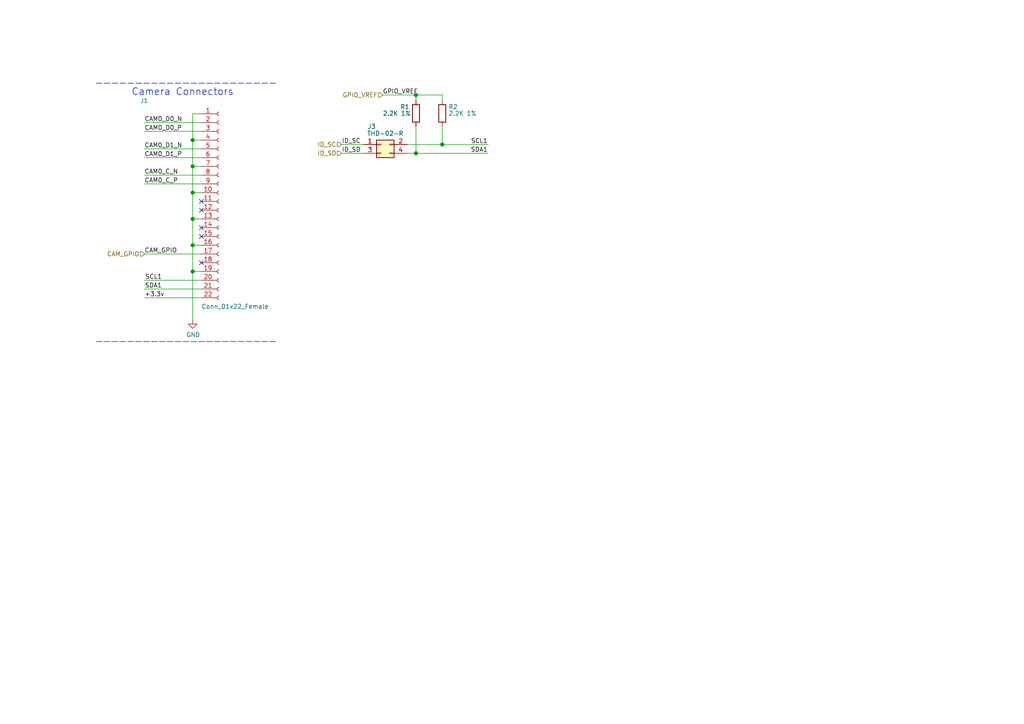
<source format=kicad_sch>
(kicad_sch
	(version 20231120)
	(generator "eeschema")
	(generator_version "8.0")
	(uuid "edd82379-3a01-4cd4-9587-4f5992613486")
	(paper "A4")
	(lib_symbols
		(symbol "CM4IO:ComputeModule4-CM4"
			(exclude_from_sim no)
			(in_bom yes)
			(on_board yes)
			(property "Reference" "Module"
				(at 113.03 -68.58 0)
				(effects
					(font
						(size 1.27 1.27)
					)
				)
			)
			(property "Value" "ComputeModule4-CM4"
				(at 140.97 2.54 0)
				(effects
					(font
						(size 1.27 1.27)
					)
				)
			)
			(property "Footprint" "CM4IO:Raspberry-Pi-4-Compute-Module"
				(at 142.24 -26.67 0)
				(effects
					(font
						(size 1.27 1.27)
					)
					(hide yes)
				)
			)
			(property "Datasheet" ""
				(at 142.24 -26.67 0)
				(effects
					(font
						(size 1.27 1.27)
					)
					(hide yes)
				)
			)
			(property "Description" ""
				(at 0 0 0)
				(effects
					(font
						(size 1.27 1.27)
					)
					(hide yes)
				)
			)
			(property "Field4" "Hirose"
				(at 0 0 0)
				(effects
					(font
						(size 1.27 1.27)
					)
				)
			)
			(property "Field5" "2x DF40C-100DS-0.4V"
				(at 0 -2.54 0)
				(effects
					(font
						(size 1.27 1.27)
					)
				)
			)
			(property "ki_locked" ""
				(at 0 0 0)
				(effects
					(font
						(size 1.27 1.27)
					)
				)
			)
			(symbol "ComputeModule4-CM4_1_0"
				(text "GPIO"
					(at 0 6.35 0)
					(effects
						(font
							(size 1.27 1.27)
						)
					)
				)
			)
			(symbol "ComputeModule4-CM4_1_1"
				(rectangle
					(start -30.48 -71.12)
					(end 25.4 58.42)
					(stroke
						(width 0)
						(type default)
					)
					(fill
						(type none)
					)
				)
				(text "600mA Max"
					(at -8.89 -53.34 0)
					(effects
						(font
							(size 1.27 1.27)
						)
					)
				)
				(text "600mA Max"
					(at -8.89 -48.26 0)
					(effects
						(font
							(size 1.27 1.27)
						)
					)
				)
				(text "NB SD signals are only available"
					(at -1.27 -27.94 0)
					(effects
						(font
							(size 1.27 1.27)
						)
					)
				)
				(text "on modules without eMMC"
					(at -1.27 -30.48 0)
					(effects
						(font
							(size 1.27 1.27)
						)
					)
				)
				(pin power_in line
					(at 27.94 55.88 180)
					(length 2.54)
					(name "GND"
						(effects
							(font
								(size 1.27 1.27)
							)
						)
					)
					(number "1"
						(effects
							(font
								(size 1.27 1.27)
							)
						)
					)
				)
				(pin passive line
					(at -33.02 45.72 0)
					(length 2.54)
					(name "Ethernet_Pair0_N"
						(effects
							(font
								(size 1.27 1.27)
							)
						)
					)
					(number "10"
						(effects
							(font
								(size 1.27 1.27)
							)
						)
					)
				)
				(pin output line
					(at -33.02 -68.58 0)
					(length 2.54)
					(name "nEXTRST"
						(effects
							(font
								(size 1.27 1.27)
							)
						)
					)
					(number "100"
						(effects
							(font
								(size 1.27 1.27)
							)
						)
					)
				)
				(pin passive line
					(at 27.94 43.18 180)
					(length 2.54)
					(name "Ethernet_Pair2_P"
						(effects
							(font
								(size 1.27 1.27)
							)
						)
					)
					(number "11"
						(effects
							(font
								(size 1.27 1.27)
							)
						)
					)
				)
				(pin passive line
					(at -33.02 43.18 0)
					(length 2.54)
					(name "Ethernet_Pair0_P"
						(effects
							(font
								(size 1.27 1.27)
							)
						)
					)
					(number "12"
						(effects
							(font
								(size 1.27 1.27)
							)
						)
					)
				)
				(pin power_in line
					(at 27.94 40.64 180)
					(length 2.54)
					(name "GND"
						(effects
							(font
								(size 1.27 1.27)
							)
						)
					)
					(number "13"
						(effects
							(font
								(size 1.27 1.27)
							)
						)
					)
				)
				(pin power_in line
					(at -33.02 40.64 0)
					(length 2.54)
					(name "GND"
						(effects
							(font
								(size 1.27 1.27)
							)
						)
					)
					(number "14"
						(effects
							(font
								(size 1.27 1.27)
							)
						)
					)
				)
				(pin output line
					(at 27.94 38.1 180)
					(length 2.54)
					(name "Ethernet_nLED3(3.3v)"
						(effects
							(font
								(size 1.27 1.27)
							)
						)
					)
					(number "15"
						(effects
							(font
								(size 1.27 1.27)
							)
						)
					)
				)
				(pin input line
					(at -33.02 38.1 0)
					(length 2.54)
					(name "Ethernet_SYNC_IN(1.8v)"
						(effects
							(font
								(size 1.27 1.27)
							)
						)
					)
					(number "16"
						(effects
							(font
								(size 1.27 1.27)
							)
						)
					)
				)
				(pin output line
					(at 27.94 35.56 180)
					(length 2.54)
					(name "Ethernet_nLED2(3.3v)"
						(effects
							(font
								(size 1.27 1.27)
							)
						)
					)
					(number "17"
						(effects
							(font
								(size 1.27 1.27)
							)
						)
					)
				)
				(pin input line
					(at -33.02 35.56 0)
					(length 2.54)
					(name "Ethernet_SYNC_OUT(1.8v)"
						(effects
							(font
								(size 1.27 1.27)
							)
						)
					)
					(number "18"
						(effects
							(font
								(size 1.27 1.27)
							)
						)
					)
				)
				(pin output line
					(at 27.94 33.02 180)
					(length 2.54)
					(name "Ethernet_nLED1(3.3v)"
						(effects
							(font
								(size 1.27 1.27)
							)
						)
					)
					(number "19"
						(effects
							(font
								(size 1.27 1.27)
							)
						)
					)
				)
				(pin power_in line
					(at -33.02 55.88 0)
					(length 2.54)
					(name "GND"
						(effects
							(font
								(size 1.27 1.27)
							)
						)
					)
					(number "2"
						(effects
							(font
								(size 1.27 1.27)
							)
						)
					)
				)
				(pin passive line
					(at -33.02 33.02 0)
					(length 2.54)
					(name "EEPROM_nWP"
						(effects
							(font
								(size 1.27 1.27)
							)
						)
					)
					(number "20"
						(effects
							(font
								(size 1.27 1.27)
							)
						)
					)
				)
				(pin open_collector line
					(at 27.94 30.48 180)
					(length 2.54)
					(name "PI_nLED_Activity"
						(effects
							(font
								(size 1.27 1.27)
							)
						)
					)
					(number "21"
						(effects
							(font
								(size 1.27 1.27)
							)
						)
					)
				)
				(pin power_in line
					(at -33.02 30.48 0)
					(length 2.54)
					(name "GND"
						(effects
							(font
								(size 1.27 1.27)
							)
						)
					)
					(number "22"
						(effects
							(font
								(size 1.27 1.27)
							)
						)
					)
				)
				(pin power_in line
					(at 27.94 27.94 180)
					(length 2.54)
					(name "GND"
						(effects
							(font
								(size 1.27 1.27)
							)
						)
					)
					(number "23"
						(effects
							(font
								(size 1.27 1.27)
							)
						)
					)
				)
				(pin passive line
					(at -33.02 27.94 0)
					(length 2.54)
					(name "GPIO26"
						(effects
							(font
								(size 1.27 1.27)
							)
						)
					)
					(number "24"
						(effects
							(font
								(size 1.27 1.27)
							)
						)
					)
				)
				(pin passive line
					(at 27.94 25.4 180)
					(length 2.54)
					(name "GPIO21"
						(effects
							(font
								(size 1.27 1.27)
							)
						)
					)
					(number "25"
						(effects
							(font
								(size 1.27 1.27)
							)
						)
					)
				)
				(pin passive line
					(at -33.02 25.4 0)
					(length 2.54)
					(name "GPIO19"
						(effects
							(font
								(size 1.27 1.27)
							)
						)
					)
					(number "26"
						(effects
							(font
								(size 1.27 1.27)
							)
						)
					)
				)
				(pin passive line
					(at 27.94 22.86 180)
					(length 2.54)
					(name "GPIO20"
						(effects
							(font
								(size 1.27 1.27)
							)
						)
					)
					(number "27"
						(effects
							(font
								(size 1.27 1.27)
							)
						)
					)
				)
				(pin passive line
					(at -33.02 22.86 0)
					(length 2.54)
					(name "GPIO13"
						(effects
							(font
								(size 1.27 1.27)
							)
						)
					)
					(number "28"
						(effects
							(font
								(size 1.27 1.27)
							)
						)
					)
				)
				(pin passive line
					(at 27.94 20.32 180)
					(length 2.54)
					(name "GPIO16"
						(effects
							(font
								(size 1.27 1.27)
							)
						)
					)
					(number "29"
						(effects
							(font
								(size 1.27 1.27)
							)
						)
					)
				)
				(pin passive line
					(at 27.94 53.34 180)
					(length 2.54)
					(name "Ethernet_Pair3_P"
						(effects
							(font
								(size 1.27 1.27)
							)
						)
					)
					(number "3"
						(effects
							(font
								(size 1.27 1.27)
							)
						)
					)
				)
				(pin passive line
					(at -33.02 20.32 0)
					(length 2.54)
					(name "GPIO6"
						(effects
							(font
								(size 1.27 1.27)
							)
						)
					)
					(number "30"
						(effects
							(font
								(size 1.27 1.27)
							)
						)
					)
				)
				(pin passive line
					(at 27.94 17.78 180)
					(length 2.54)
					(name "GPIO12"
						(effects
							(font
								(size 1.27 1.27)
							)
						)
					)
					(number "31"
						(effects
							(font
								(size 1.27 1.27)
							)
						)
					)
				)
				(pin power_in line
					(at -33.02 17.78 0)
					(length 2.54)
					(name "GND"
						(effects
							(font
								(size 1.27 1.27)
							)
						)
					)
					(number "32"
						(effects
							(font
								(size 1.27 1.27)
							)
						)
					)
				)
				(pin power_in line
					(at 27.94 15.24 180)
					(length 2.54)
					(name "GND"
						(effects
							(font
								(size 1.27 1.27)
							)
						)
					)
					(number "33"
						(effects
							(font
								(size 1.27 1.27)
							)
						)
					)
				)
				(pin passive line
					(at -33.02 15.24 0)
					(length 2.54)
					(name "GPIO5"
						(effects
							(font
								(size 1.27 1.27)
							)
						)
					)
					(number "34"
						(effects
							(font
								(size 1.27 1.27)
							)
						)
					)
				)
				(pin passive line
					(at 27.94 12.7 180)
					(length 2.54)
					(name "ID_SC"
						(effects
							(font
								(size 1.27 1.27)
							)
						)
					)
					(number "35"
						(effects
							(font
								(size 1.27 1.27)
							)
						)
					)
				)
				(pin passive line
					(at -33.02 12.7 0)
					(length 2.54)
					(name "ID_SD"
						(effects
							(font
								(size 1.27 1.27)
							)
						)
					)
					(number "36"
						(effects
							(font
								(size 1.27 1.27)
							)
						)
					)
				)
				(pin passive line
					(at 27.94 10.16 180)
					(length 2.54)
					(name "GPIO7"
						(effects
							(font
								(size 1.27 1.27)
							)
						)
					)
					(number "37"
						(effects
							(font
								(size 1.27 1.27)
							)
						)
					)
				)
				(pin passive line
					(at -33.02 10.16 0)
					(length 2.54)
					(name "GPIO11"
						(effects
							(font
								(size 1.27 1.27)
							)
						)
					)
					(number "38"
						(effects
							(font
								(size 1.27 1.27)
							)
						)
					)
				)
				(pin passive line
					(at 27.94 7.62 180)
					(length 2.54)
					(name "GPIO8"
						(effects
							(font
								(size 1.27 1.27)
							)
						)
					)
					(number "39"
						(effects
							(font
								(size 1.27 1.27)
							)
						)
					)
				)
				(pin passive line
					(at -33.02 53.34 0)
					(length 2.54)
					(name "Ethernet_Pair1_P"
						(effects
							(font
								(size 1.27 1.27)
							)
						)
					)
					(number "4"
						(effects
							(font
								(size 1.27 1.27)
							)
						)
					)
				)
				(pin passive line
					(at -33.02 7.62 0)
					(length 2.54)
					(name "GPIO9"
						(effects
							(font
								(size 1.27 1.27)
							)
						)
					)
					(number "40"
						(effects
							(font
								(size 1.27 1.27)
							)
						)
					)
				)
				(pin passive line
					(at 27.94 5.08 180)
					(length 2.54)
					(name "GPIO25"
						(effects
							(font
								(size 1.27 1.27)
							)
						)
					)
					(number "41"
						(effects
							(font
								(size 1.27 1.27)
							)
						)
					)
				)
				(pin power_in line
					(at -33.02 5.08 0)
					(length 2.54)
					(name "GND"
						(effects
							(font
								(size 1.27 1.27)
							)
						)
					)
					(number "42"
						(effects
							(font
								(size 1.27 1.27)
							)
						)
					)
				)
				(pin power_in line
					(at 27.94 2.54 180)
					(length 2.54)
					(name "GND"
						(effects
							(font
								(size 1.27 1.27)
							)
						)
					)
					(number "43"
						(effects
							(font
								(size 1.27 1.27)
							)
						)
					)
				)
				(pin passive line
					(at -33.02 2.54 0)
					(length 2.54)
					(name "GPIO10"
						(effects
							(font
								(size 1.27 1.27)
							)
						)
					)
					(number "44"
						(effects
							(font
								(size 1.27 1.27)
							)
						)
					)
				)
				(pin passive line
					(at 27.94 0 180)
					(length 2.54)
					(name "GPIO24"
						(effects
							(font
								(size 1.27 1.27)
							)
						)
					)
					(number "45"
						(effects
							(font
								(size 1.27 1.27)
							)
						)
					)
				)
				(pin passive line
					(at -33.02 0 0)
					(length 2.54)
					(name "GPIO22"
						(effects
							(font
								(size 1.27 1.27)
							)
						)
					)
					(number "46"
						(effects
							(font
								(size 1.27 1.27)
							)
						)
					)
				)
				(pin passive line
					(at 27.94 -2.54 180)
					(length 2.54)
					(name "GPIO23"
						(effects
							(font
								(size 1.27 1.27)
							)
						)
					)
					(number "47"
						(effects
							(font
								(size 1.27 1.27)
							)
						)
					)
				)
				(pin passive line
					(at -33.02 -2.54 0)
					(length 2.54)
					(name "GPIO27"
						(effects
							(font
								(size 1.27 1.27)
							)
						)
					)
					(number "48"
						(effects
							(font
								(size 1.27 1.27)
							)
						)
					)
				)
				(pin passive line
					(at 27.94 -5.08 180)
					(length 2.54)
					(name "GPIO18"
						(effects
							(font
								(size 1.27 1.27)
							)
						)
					)
					(number "49"
						(effects
							(font
								(size 1.27 1.27)
							)
						)
					)
				)
				(pin passive line
					(at 27.94 50.8 180)
					(length 2.54)
					(name "Ethernet_Pair3_N"
						(effects
							(font
								(size 1.27 1.27)
							)
						)
					)
					(number "5"
						(effects
							(font
								(size 1.27 1.27)
							)
						)
					)
				)
				(pin passive line
					(at -33.02 -5.08 0)
					(length 2.54)
					(name "GPIO17"
						(effects
							(font
								(size 1.27 1.27)
							)
						)
					)
					(number "50"
						(effects
							(font
								(size 1.27 1.27)
							)
						)
					)
				)
				(pin passive line
					(at 27.94 -7.62 180)
					(length 2.54)
					(name "GPIO15"
						(effects
							(font
								(size 1.27 1.27)
							)
						)
					)
					(number "51"
						(effects
							(font
								(size 1.27 1.27)
							)
						)
					)
				)
				(pin power_in line
					(at -33.02 -7.62 0)
					(length 2.54)
					(name "GND"
						(effects
							(font
								(size 1.27 1.27)
							)
						)
					)
					(number "52"
						(effects
							(font
								(size 1.27 1.27)
							)
						)
					)
				)
				(pin power_in line
					(at 27.94 -10.16 180)
					(length 2.54)
					(name "GND"
						(effects
							(font
								(size 1.27 1.27)
							)
						)
					)
					(number "53"
						(effects
							(font
								(size 1.27 1.27)
							)
						)
					)
				)
				(pin passive line
					(at -33.02 -10.16 0)
					(length 2.54)
					(name "GPIO4"
						(effects
							(font
								(size 1.27 1.27)
							)
						)
					)
					(number "54"
						(effects
							(font
								(size 1.27 1.27)
							)
						)
					)
				)
				(pin passive line
					(at 27.94 -12.7 180)
					(length 2.54)
					(name "GPIO14"
						(effects
							(font
								(size 1.27 1.27)
							)
						)
					)
					(number "55"
						(effects
							(font
								(size 1.27 1.27)
							)
						)
					)
				)
				(pin passive line
					(at -33.02 -12.7 0)
					(length 2.54)
					(name "GPIO3"
						(effects
							(font
								(size 1.27 1.27)
							)
						)
					)
					(number "56"
						(effects
							(font
								(size 1.27 1.27)
							)
						)
					)
				)
				(pin passive line
					(at 27.94 -15.24 180)
					(length 2.54)
					(name "SD_CLK"
						(effects
							(font
								(size 1.27 1.27)
							)
						)
					)
					(number "57"
						(effects
							(font
								(size 1.27 1.27)
							)
						)
					)
				)
				(pin passive line
					(at -33.02 -15.24 0)
					(length 2.54)
					(name "GPIO2"
						(effects
							(font
								(size 1.27 1.27)
							)
						)
					)
					(number "58"
						(effects
							(font
								(size 1.27 1.27)
							)
						)
					)
				)
				(pin power_in line
					(at 27.94 -17.78 180)
					(length 2.54)
					(name "GND"
						(effects
							(font
								(size 1.27 1.27)
							)
						)
					)
					(number "59"
						(effects
							(font
								(size 1.27 1.27)
							)
						)
					)
				)
				(pin passive line
					(at -33.02 50.8 0)
					(length 2.54)
					(name "Ethernet_Pair1_N"
						(effects
							(font
								(size 1.27 1.27)
							)
						)
					)
					(number "6"
						(effects
							(font
								(size 1.27 1.27)
							)
						)
					)
				)
				(pin power_in line
					(at -33.02 -17.78 0)
					(length 2.54)
					(name "GND"
						(effects
							(font
								(size 1.27 1.27)
							)
						)
					)
					(number "60"
						(effects
							(font
								(size 1.27 1.27)
							)
						)
					)
				)
				(pin passive line
					(at 27.94 -20.32 180)
					(length 2.54)
					(name "SD_DAT3"
						(effects
							(font
								(size 1.27 1.27)
							)
						)
					)
					(number "61"
						(effects
							(font
								(size 1.27 1.27)
							)
						)
					)
				)
				(pin passive line
					(at -33.02 -20.32 0)
					(length 2.54)
					(name "SD_CMD"
						(effects
							(font
								(size 1.27 1.27)
							)
						)
					)
					(number "62"
						(effects
							(font
								(size 1.27 1.27)
							)
						)
					)
				)
				(pin passive line
					(at 27.94 -22.86 180)
					(length 2.54)
					(name "SD_DAT0"
						(effects
							(font
								(size 1.27 1.27)
							)
						)
					)
					(number "63"
						(effects
							(font
								(size 1.27 1.27)
							)
						)
					)
				)
				(pin passive line
					(at -33.02 -22.86 0)
					(length 2.54)
					(name "SD_DAT5"
						(effects
							(font
								(size 1.27 1.27)
							)
						)
					)
					(number "64"
						(effects
							(font
								(size 1.27 1.27)
							)
						)
					)
				)
				(pin power_in line
					(at 27.94 -25.4 180)
					(length 2.54)
					(name "GND"
						(effects
							(font
								(size 1.27 1.27)
							)
						)
					)
					(number "65"
						(effects
							(font
								(size 1.27 1.27)
							)
						)
					)
				)
				(pin power_in line
					(at -33.02 -25.4 0)
					(length 2.54)
					(name "GND"
						(effects
							(font
								(size 1.27 1.27)
							)
						)
					)
					(number "66"
						(effects
							(font
								(size 1.27 1.27)
							)
						)
					)
				)
				(pin passive line
					(at 27.94 -27.94 180)
					(length 2.54)
					(name "SD_DAT1"
						(effects
							(font
								(size 1.27 1.27)
							)
						)
					)
					(number "67"
						(effects
							(font
								(size 1.27 1.27)
							)
						)
					)
				)
				(pin passive line
					(at -33.02 -27.94 0)
					(length 2.54)
					(name "SD_DAT4"
						(effects
							(font
								(size 1.27 1.27)
							)
						)
					)
					(number "68"
						(effects
							(font
								(size 1.27 1.27)
							)
						)
					)
				)
				(pin passive line
					(at 27.94 -30.48 180)
					(length 2.54)
					(name "SD_DAT2"
						(effects
							(font
								(size 1.27 1.27)
							)
						)
					)
					(number "69"
						(effects
							(font
								(size 1.27 1.27)
							)
						)
					)
				)
				(pin power_in line
					(at 27.94 48.26 180)
					(length 2.54)
					(name "GND"
						(effects
							(font
								(size 1.27 1.27)
							)
						)
					)
					(number "7"
						(effects
							(font
								(size 1.27 1.27)
							)
						)
					)
				)
				(pin passive line
					(at -33.02 -30.48 0)
					(length 2.54)
					(name "SD_DAT7"
						(effects
							(font
								(size 1.27 1.27)
							)
						)
					)
					(number "70"
						(effects
							(font
								(size 1.27 1.27)
							)
						)
					)
				)
				(pin power_in line
					(at 27.94 -33.02 180)
					(length 2.54)
					(name "GND"
						(effects
							(font
								(size 1.27 1.27)
							)
						)
					)
					(number "71"
						(effects
							(font
								(size 1.27 1.27)
							)
						)
					)
				)
				(pin passive line
					(at -33.02 -33.02 0)
					(length 2.54)
					(name "SD_DAT6"
						(effects
							(font
								(size 1.27 1.27)
							)
						)
					)
					(number "72"
						(effects
							(font
								(size 1.27 1.27)
							)
						)
					)
				)
				(pin input line
					(at 27.94 -35.56 180)
					(length 2.54)
					(name "SD_VDD_Override"
						(effects
							(font
								(size 1.27 1.27)
							)
						)
					)
					(number "73"
						(effects
							(font
								(size 1.27 1.27)
							)
						)
					)
				)
				(pin power_in line
					(at -33.02 -35.56 0)
					(length 2.54)
					(name "GND"
						(effects
							(font
								(size 1.27 1.27)
							)
						)
					)
					(number "74"
						(effects
							(font
								(size 1.27 1.27)
							)
						)
					)
				)
				(pin output line
					(at 27.94 -38.1 180)
					(length 2.54)
					(name "SD_PWR_ON"
						(effects
							(font
								(size 1.27 1.27)
							)
						)
					)
					(number "75"
						(effects
							(font
								(size 1.27 1.27)
							)
						)
					)
				)
				(pin passive line
					(at -33.02 -38.1 0)
					(length 2.54)
					(name "Reserved"
						(effects
							(font
								(size 1.27 1.27)
							)
						)
					)
					(number "76"
						(effects
							(font
								(size 1.27 1.27)
							)
						)
					)
				)
				(pin power_in line
					(at 27.94 -40.64 180)
					(length 2.54)
					(name "+5v_(Input)"
						(effects
							(font
								(size 1.27 1.27)
							)
						)
					)
					(number "77"
						(effects
							(font
								(size 1.27 1.27)
							)
						)
					)
				)
				(pin power_in line
					(at -33.02 -40.64 0)
					(length 2.54)
					(name "GPIO_VREF(1.8v/3.3v_Input)"
						(effects
							(font
								(size 1.27 1.27)
							)
						)
					)
					(number "78"
						(effects
							(font
								(size 1.27 1.27)
							)
						)
					)
				)
				(pin power_in line
					(at 27.94 -43.18 180)
					(length 2.54)
					(name "+5v_(Input)"
						(effects
							(font
								(size 1.27 1.27)
							)
						)
					)
					(number "79"
						(effects
							(font
								(size 1.27 1.27)
							)
						)
					)
				)
				(pin power_in line
					(at -33.02 48.26 0)
					(length 2.54)
					(name "GND"
						(effects
							(font
								(size 1.27 1.27)
							)
						)
					)
					(number "8"
						(effects
							(font
								(size 1.27 1.27)
							)
						)
					)
				)
				(pin passive line
					(at -33.02 -43.18 0)
					(length 2.54)
					(name "SCL0"
						(effects
							(font
								(size 1.27 1.27)
							)
						)
					)
					(number "80"
						(effects
							(font
								(size 1.27 1.27)
							)
						)
					)
				)
				(pin power_in line
					(at 27.94 -45.72 180)
					(length 2.54)
					(name "+5v_(Input)"
						(effects
							(font
								(size 1.27 1.27)
							)
						)
					)
					(number "81"
						(effects
							(font
								(size 1.27 1.27)
							)
						)
					)
				)
				(pin passive line
					(at -33.02 -45.72 0)
					(length 2.54)
					(name "SDA0"
						(effects
							(font
								(size 1.27 1.27)
							)
						)
					)
					(number "82"
						(effects
							(font
								(size 1.27 1.27)
							)
						)
					)
				)
				(pin power_in line
					(at 27.94 -48.26 180)
					(length 2.54)
					(name "+5v_(Input)"
						(effects
							(font
								(size 1.27 1.27)
							)
						)
					)
					(number "83"
						(effects
							(font
								(size 1.27 1.27)
							)
						)
					)
				)
				(pin power_out line
					(at -33.02 -48.26 0)
					(length 2.54)
					(name "+3.3v_(Output)"
						(effects
							(font
								(size 1.27 1.27)
							)
						)
					)
					(number "84"
						(effects
							(font
								(size 1.27 1.27)
							)
						)
					)
				)
				(pin power_in line
					(at 27.94 -50.8 180)
					(length 2.54)
					(name "+5v_(Input)"
						(effects
							(font
								(size 1.27 1.27)
							)
						)
					)
					(number "85"
						(effects
							(font
								(size 1.27 1.27)
							)
						)
					)
				)
				(pin power_out line
					(at -33.02 -50.8 0)
					(length 2.54)
					(name "+3.3v_(Output)"
						(effects
							(font
								(size 1.27 1.27)
							)
						)
					)
					(number "86"
						(effects
							(font
								(size 1.27 1.27)
							)
						)
					)
				)
				(pin power_in line
					(at 27.94 -53.34 180)
					(length 2.54)
					(name "+5v_(Input)"
						(effects
							(font
								(size 1.27 1.27)
							)
						)
					)
					(number "87"
						(effects
							(font
								(size 1.27 1.27)
							)
						)
					)
				)
				(pin power_out line
					(at -33.02 -53.34 0)
					(length 2.54)
					(name "+1.8v_(Output)"
						(effects
							(font
								(size 1.27 1.27)
							)
						)
					)
					(number "88"
						(effects
							(font
								(size 1.27 1.27)
							)
						)
					)
				)
				(pin power_in line
					(at 27.94 -55.88 180)
					(length 2.54)
					(name "WiFi_nDisable"
						(effects
							(font
								(size 1.27 1.27)
							)
						)
					)
					(number "89"
						(effects
							(font
								(size 1.27 1.27)
							)
						)
					)
				)
				(pin passive line
					(at 27.94 45.72 180)
					(length 2.54)
					(name "Ethernet_Pair2_N"
						(effects
							(font
								(size 1.27 1.27)
							)
						)
					)
					(number "9"
						(effects
							(font
								(size 1.27 1.27)
							)
						)
					)
				)
				(pin power_out line
					(at -33.02 -55.88 0)
					(length 2.54)
					(name "+1.8v_(Output)"
						(effects
							(font
								(size 1.27 1.27)
							)
						)
					)
					(number "90"
						(effects
							(font
								(size 1.27 1.27)
							)
						)
					)
				)
				(pin power_in line
					(at 27.94 -58.42 180)
					(length 2.54)
					(name "BT_nDisable"
						(effects
							(font
								(size 1.27 1.27)
							)
						)
					)
					(number "91"
						(effects
							(font
								(size 1.27 1.27)
							)
						)
					)
				)
				(pin passive line
					(at -33.02 -58.42 0)
					(length 2.54)
					(name "RUN_PG"
						(effects
							(font
								(size 1.27 1.27)
							)
						)
					)
					(number "92"
						(effects
							(font
								(size 1.27 1.27)
							)
						)
					)
				)
				(pin input line
					(at 27.94 -60.96 180)
					(length 2.54)
					(name "nRPIBOOT"
						(effects
							(font
								(size 1.27 1.27)
							)
						)
					)
					(number "93"
						(effects
							(font
								(size 1.27 1.27)
							)
						)
					)
				)
				(pin passive line
					(at -33.02 -60.96 0)
					(length 2.54)
					(name "AnalogIP0"
						(effects
							(font
								(size 1.27 1.27)
							)
						)
					)
					(number "94"
						(effects
							(font
								(size 1.27 1.27)
							)
						)
					)
				)
				(pin output line
					(at 27.94 -63.5 180)
					(length 2.54)
					(name "nPI_LED_PWR"
						(effects
							(font
								(size 1.27 1.27)
							)
						)
					)
					(number "95"
						(effects
							(font
								(size 1.27 1.27)
							)
						)
					)
				)
				(pin passive line
					(at -33.02 -63.5 0)
					(length 2.54)
					(name "AnalogIP1"
						(effects
							(font
								(size 1.27 1.27)
							)
						)
					)
					(number "96"
						(effects
							(font
								(size 1.27 1.27)
							)
						)
					)
				)
				(pin passive line
					(at 27.94 -66.04 180)
					(length 2.54)
					(name "Camera_GPIO"
						(effects
							(font
								(size 1.27 1.27)
							)
						)
					)
					(number "97"
						(effects
							(font
								(size 1.27 1.27)
							)
						)
					)
				)
				(pin power_in line
					(at -33.02 -66.04 0)
					(length 2.54)
					(name "GND"
						(effects
							(font
								(size 1.27 1.27)
							)
						)
					)
					(number "98"
						(effects
							(font
								(size 1.27 1.27)
							)
						)
					)
				)
				(pin input line
					(at 27.94 -68.58 180)
					(length 2.54)
					(name "Global_EN"
						(effects
							(font
								(size 1.27 1.27)
							)
						)
					)
					(number "99"
						(effects
							(font
								(size 1.27 1.27)
							)
						)
					)
				)
			)
			(symbol "ComputeModule4-CM4_2_1"
				(rectangle
					(start 114.3 -66.04)
					(end 165.1 63.5)
					(stroke
						(width 0)
						(type default)
					)
					(fill
						(type none)
					)
				)
				(text "High Speed Serial"
					(at 140.97 0 0)
					(effects
						(font
							(size 1.27 1.27)
						)
					)
				)
				(pin input line
					(at 170.18 60.96 180)
					(length 5.08)
					(name "USB_OTG_ID"
						(effects
							(font
								(size 1.27 1.27)
							)
						)
					)
					(number "101"
						(effects
							(font
								(size 1.27 1.27)
							)
						)
					)
				)
				(pin input line
					(at 109.22 60.96 0)
					(length 5.08)
					(name "PCIe_CLK_nREQ"
						(effects
							(font
								(size 1.27 1.27)
							)
						)
					)
					(number "102"
						(effects
							(font
								(size 1.27 1.27)
							)
						)
					)
				)
				(pin passive line
					(at 170.18 58.42 180)
					(length 5.08)
					(name "USB2_N"
						(effects
							(font
								(size 1.27 1.27)
							)
						)
					)
					(number "103"
						(effects
							(font
								(size 1.27 1.27)
							)
						)
					)
				)
				(pin passive line
					(at 109.22 58.42 0)
					(length 5.08)
					(name "Reserved"
						(effects
							(font
								(size 1.27 1.27)
							)
						)
					)
					(number "104"
						(effects
							(font
								(size 1.27 1.27)
							)
						)
					)
				)
				(pin passive line
					(at 170.18 55.88 180)
					(length 5.08)
					(name "USB2_P"
						(effects
							(font
								(size 1.27 1.27)
							)
						)
					)
					(number "105"
						(effects
							(font
								(size 1.27 1.27)
							)
						)
					)
				)
				(pin passive line
					(at 109.22 55.88 0)
					(length 5.08)
					(name "Reserved"
						(effects
							(font
								(size 1.27 1.27)
							)
						)
					)
					(number "106"
						(effects
							(font
								(size 1.27 1.27)
							)
						)
					)
				)
				(pin power_in line
					(at 170.18 53.34 180)
					(length 5.08)
					(name "GND"
						(effects
							(font
								(size 1.27 1.27)
							)
						)
					)
					(number "107"
						(effects
							(font
								(size 1.27 1.27)
							)
						)
					)
				)
				(pin power_in line
					(at 109.22 53.34 0)
					(length 5.08)
					(name "GND"
						(effects
							(font
								(size 1.27 1.27)
							)
						)
					)
					(number "108"
						(effects
							(font
								(size 1.27 1.27)
							)
						)
					)
				)
				(pin bidirectional line
					(at 170.18 50.8 180)
					(length 5.08)
					(name "PCIe_nRST"
						(effects
							(font
								(size 1.27 1.27)
							)
						)
					)
					(number "109"
						(effects
							(font
								(size 1.27 1.27)
							)
						)
					)
				)
				(pin output line
					(at 109.22 50.8 0)
					(length 5.08)
					(name "PCIe_CLK_P"
						(effects
							(font
								(size 1.27 1.27)
							)
						)
					)
					(number "110"
						(effects
							(font
								(size 1.27 1.27)
							)
						)
					)
				)
				(pin passive line
					(at 170.18 48.26 180)
					(length 5.08)
					(name "VDAC_COMP"
						(effects
							(font
								(size 1.27 1.27)
							)
						)
					)
					(number "111"
						(effects
							(font
								(size 1.27 1.27)
							)
						)
					)
				)
				(pin output line
					(at 109.22 48.26 0)
					(length 5.08)
					(name "PCIe_CLK_N"
						(effects
							(font
								(size 1.27 1.27)
							)
						)
					)
					(number "112"
						(effects
							(font
								(size 1.27 1.27)
							)
						)
					)
				)
				(pin power_in line
					(at 170.18 45.72 180)
					(length 5.08)
					(name "GND"
						(effects
							(font
								(size 1.27 1.27)
							)
						)
					)
					(number "113"
						(effects
							(font
								(size 1.27 1.27)
							)
						)
					)
				)
				(pin power_in line
					(at 109.22 45.72 0)
					(length 5.08)
					(name "GND"
						(effects
							(font
								(size 1.27 1.27)
							)
						)
					)
					(number "114"
						(effects
							(font
								(size 1.27 1.27)
							)
						)
					)
				)
				(pin input line
					(at 170.18 43.18 180)
					(length 5.08)
					(name "CAM1_D0_N"
						(effects
							(font
								(size 1.27 1.27)
							)
						)
					)
					(number "115"
						(effects
							(font
								(size 1.27 1.27)
							)
						)
					)
				)
				(pin input line
					(at 109.22 43.18 0)
					(length 5.08)
					(name "PCIe_RX_P"
						(effects
							(font
								(size 1.27 1.27)
							)
						)
					)
					(number "116"
						(effects
							(font
								(size 1.27 1.27)
							)
						)
					)
				)
				(pin input line
					(at 170.18 40.64 180)
					(length 5.08)
					(name "CAM1_D0_P"
						(effects
							(font
								(size 1.27 1.27)
							)
						)
					)
					(number "117"
						(effects
							(font
								(size 1.27 1.27)
							)
						)
					)
				)
				(pin input line
					(at 109.22 40.64 0)
					(length 5.08)
					(name "PCIe_RX_N"
						(effects
							(font
								(size 1.27 1.27)
							)
						)
					)
					(number "118"
						(effects
							(font
								(size 1.27 1.27)
							)
						)
					)
				)
				(pin power_in line
					(at 170.18 38.1 180)
					(length 5.08)
					(name "GND"
						(effects
							(font
								(size 1.27 1.27)
							)
						)
					)
					(number "119"
						(effects
							(font
								(size 1.27 1.27)
							)
						)
					)
				)
				(pin power_in line
					(at 109.22 38.1 0)
					(length 5.08)
					(name "GND"
						(effects
							(font
								(size 1.27 1.27)
							)
						)
					)
					(number "120"
						(effects
							(font
								(size 1.27 1.27)
							)
						)
					)
				)
				(pin input line
					(at 170.18 35.56 180)
					(length 5.08)
					(name "CAM1_D1_N"
						(effects
							(font
								(size 1.27 1.27)
							)
						)
					)
					(number "121"
						(effects
							(font
								(size 1.27 1.27)
							)
						)
					)
				)
				(pin output line
					(at 109.22 35.56 0)
					(length 5.08)
					(name "PCIe_TX_P"
						(effects
							(font
								(size 1.27 1.27)
							)
						)
					)
					(number "122"
						(effects
							(font
								(size 1.27 1.27)
							)
						)
					)
				)
				(pin input line
					(at 170.18 33.02 180)
					(length 5.08)
					(name "CAM1_D1_P"
						(effects
							(font
								(size 1.27 1.27)
							)
						)
					)
					(number "123"
						(effects
							(font
								(size 1.27 1.27)
							)
						)
					)
				)
				(pin output line
					(at 109.22 33.02 0)
					(length 5.08)
					(name "PCIe_TX_N"
						(effects
							(font
								(size 1.27 1.27)
							)
						)
					)
					(number "124"
						(effects
							(font
								(size 1.27 1.27)
							)
						)
					)
				)
				(pin power_in line
					(at 170.18 30.48 180)
					(length 5.08)
					(name "GND"
						(effects
							(font
								(size 1.27 1.27)
							)
						)
					)
					(number "125"
						(effects
							(font
								(size 1.27 1.27)
							)
						)
					)
				)
				(pin power_in line
					(at 109.22 30.48 0)
					(length 5.08)
					(name "GND"
						(effects
							(font
								(size 1.27 1.27)
							)
						)
					)
					(number "126"
						(effects
							(font
								(size 1.27 1.27)
							)
						)
					)
				)
				(pin input line
					(at 170.18 27.94 180)
					(length 5.08)
					(name "CAM1_C_N"
						(effects
							(font
								(size 1.27 1.27)
							)
						)
					)
					(number "127"
						(effects
							(font
								(size 1.27 1.27)
							)
						)
					)
				)
				(pin input line
					(at 109.22 27.94 0)
					(length 5.08)
					(name "CAM0_D0_N"
						(effects
							(font
								(size 1.27 1.27)
							)
						)
					)
					(number "128"
						(effects
							(font
								(size 1.27 1.27)
							)
						)
					)
				)
				(pin input line
					(at 170.18 25.4 180)
					(length 5.08)
					(name "CAM1_C_P"
						(effects
							(font
								(size 1.27 1.27)
							)
						)
					)
					(number "129"
						(effects
							(font
								(size 1.27 1.27)
							)
						)
					)
				)
				(pin input line
					(at 109.22 25.4 0)
					(length 5.08)
					(name "CAM0_D0_P"
						(effects
							(font
								(size 1.27 1.27)
							)
						)
					)
					(number "130"
						(effects
							(font
								(size 1.27 1.27)
							)
						)
					)
				)
				(pin power_in line
					(at 170.18 22.86 180)
					(length 5.08)
					(name "GND"
						(effects
							(font
								(size 1.27 1.27)
							)
						)
					)
					(number "131"
						(effects
							(font
								(size 1.27 1.27)
							)
						)
					)
				)
				(pin power_in line
					(at 109.22 22.86 0)
					(length 5.08)
					(name "GND"
						(effects
							(font
								(size 1.27 1.27)
							)
						)
					)
					(number "132"
						(effects
							(font
								(size 1.27 1.27)
							)
						)
					)
				)
				(pin input line
					(at 170.18 20.32 180)
					(length 5.08)
					(name "CAM1_D2_N"
						(effects
							(font
								(size 1.27 1.27)
							)
						)
					)
					(number "133"
						(effects
							(font
								(size 1.27 1.27)
							)
						)
					)
				)
				(pin input line
					(at 109.22 20.32 0)
					(length 5.08)
					(name "CAM0_D1_N"
						(effects
							(font
								(size 1.27 1.27)
							)
						)
					)
					(number "134"
						(effects
							(font
								(size 1.27 1.27)
							)
						)
					)
				)
				(pin input line
					(at 170.18 17.78 180)
					(length 5.08)
					(name "CAM1_D2_P"
						(effects
							(font
								(size 1.27 1.27)
							)
						)
					)
					(number "135"
						(effects
							(font
								(size 1.27 1.27)
							)
						)
					)
				)
				(pin input line
					(at 109.22 17.78 0)
					(length 5.08)
					(name "CAM0_D1_P"
						(effects
							(font
								(size 1.27 1.27)
							)
						)
					)
					(number "136"
						(effects
							(font
								(size 1.27 1.27)
							)
						)
					)
				)
				(pin power_in line
					(at 170.18 15.24 180)
					(length 5.08)
					(name "GND"
						(effects
							(font
								(size 1.27 1.27)
							)
						)
					)
					(number "137"
						(effects
							(font
								(size 1.27 1.27)
							)
						)
					)
				)
				(pin power_in line
					(at 109.22 15.24 0)
					(length 5.08)
					(name "GND"
						(effects
							(font
								(size 1.27 1.27)
							)
						)
					)
					(number "138"
						(effects
							(font
								(size 1.27 1.27)
							)
						)
					)
				)
				(pin input line
					(at 170.18 12.7 180)
					(length 5.08)
					(name "CAM1_D3_N"
						(effects
							(font
								(size 1.27 1.27)
							)
						)
					)
					(number "139"
						(effects
							(font
								(size 1.27 1.27)
							)
						)
					)
				)
				(pin input line
					(at 109.22 12.7 0)
					(length 5.08)
					(name "CAM0_C_N"
						(effects
							(font
								(size 1.27 1.27)
							)
						)
					)
					(number "140"
						(effects
							(font
								(size 1.27 1.27)
							)
						)
					)
				)
				(pin input line
					(at 170.18 10.16 180)
					(length 5.08)
					(name "CAM1_D3_P"
						(effects
							(font
								(size 1.27 1.27)
							)
						)
					)
					(number "141"
						(effects
							(font
								(size 1.27 1.27)
							)
						)
					)
				)
				(pin input line
					(at 109.22 10.16 0)
					(length 5.08)
					(name "CAM0_C_P"
						(effects
							(font
								(size 1.27 1.27)
							)
						)
					)
					(number "142"
						(effects
							(font
								(size 1.27 1.27)
							)
						)
					)
				)
				(pin input line
					(at 170.18 7.62 180)
					(length 5.08)
					(name "HDMI1_HOTPLUG"
						(effects
							(font
								(size 1.27 1.27)
							)
						)
					)
					(number "143"
						(effects
							(font
								(size 1.27 1.27)
							)
						)
					)
				)
				(pin power_in line
					(at 109.22 7.62 0)
					(length 5.08)
					(name "GND"
						(effects
							(font
								(size 1.27 1.27)
							)
						)
					)
					(number "144"
						(effects
							(font
								(size 1.27 1.27)
							)
						)
					)
				)
				(pin bidirectional line
					(at 170.18 5.08 180)
					(length 5.08)
					(name "HDMI1_SDA"
						(effects
							(font
								(size 1.27 1.27)
							)
						)
					)
					(number "145"
						(effects
							(font
								(size 1.27 1.27)
							)
						)
					)
				)
				(pin output line
					(at 109.22 5.08 0)
					(length 5.08)
					(name "HDMI1_TX2_P"
						(effects
							(font
								(size 1.27 1.27)
							)
						)
					)
					(number "146"
						(effects
							(font
								(size 1.27 1.27)
							)
						)
					)
				)
				(pin open_collector line
					(at 170.18 2.54 180)
					(length 5.08)
					(name "HDMI1_SCL"
						(effects
							(font
								(size 1.27 1.27)
							)
						)
					)
					(number "147"
						(effects
							(font
								(size 1.27 1.27)
							)
						)
					)
				)
				(pin output line
					(at 109.22 2.54 0)
					(length 5.08)
					(name "HDMI1_TX2_N"
						(effects
							(font
								(size 1.27 1.27)
							)
						)
					)
					(number "148"
						(effects
							(font
								(size 1.27 1.27)
							)
						)
					)
				)
				(pin open_collector line
					(at 170.18 0 180)
					(length 5.08)
					(name "HDMI1_CEC"
						(effects
							(font
								(size 1.27 1.27)
							)
						)
					)
					(number "149"
						(effects
							(font
								(size 1.27 1.27)
							)
						)
					)
				)
				(pin power_in line
					(at 109.22 0 0)
					(length 5.08)
					(name "GND"
						(effects
							(font
								(size 1.27 1.27)
							)
						)
					)
					(number "150"
						(effects
							(font
								(size 1.27 1.27)
							)
						)
					)
				)
				(pin open_collector line
					(at 170.18 -2.54 180)
					(length 5.08)
					(name "HDMI0_CEC"
						(effects
							(font
								(size 1.27 1.27)
							)
						)
					)
					(number "151"
						(effects
							(font
								(size 1.27 1.27)
							)
						)
					)
				)
				(pin output line
					(at 109.22 -2.54 0)
					(length 5.08)
					(name "HDMI1_TX1_P"
						(effects
							(font
								(size 1.27 1.27)
							)
						)
					)
					(number "152"
						(effects
							(font
								(size 1.27 1.27)
							)
						)
					)
				)
				(pin input line
					(at 170.18 -5.08 180)
					(length 5.08)
					(name "HDMI0_HOTPLUG"
						(effects
							(font
								(size 1.27 1.27)
							)
						)
					)
					(number "153"
						(effects
							(font
								(size 1.27 1.27)
							)
						)
					)
				)
				(pin output line
					(at 109.22 -5.08 0)
					(length 5.08)
					(name "HDMI1_TX1_N"
						(effects
							(font
								(size 1.27 1.27)
							)
						)
					)
					(number "154"
						(effects
							(font
								(size 1.27 1.27)
							)
						)
					)
				)
				(pin power_in line
					(at 170.18 -7.62 180)
					(length 5.08)
					(name "GND"
						(effects
							(font
								(size 1.27 1.27)
							)
						)
					)
					(number "155"
						(effects
							(font
								(size 1.27 1.27)
							)
						)
					)
				)
				(pin power_in line
					(at 109.22 -7.62 0)
					(length 5.08)
					(name "GND"
						(effects
							(font
								(size 1.27 1.27)
							)
						)
					)
					(number "156"
						(effects
							(font
								(size 1.27 1.27)
							)
						)
					)
				)
				(pin output line
					(at 170.18 -10.16 180)
					(length 5.08)
					(name "DSI0_D0_N"
						(effects
							(font
								(size 1.27 1.27)
							)
						)
					)
					(number "157"
						(effects
							(font
								(size 1.27 1.27)
							)
						)
					)
				)
				(pin output line
					(at 109.22 -10.16 0)
					(length 5.08)
					(name "HDMI1_TX0_P"
						(effects
							(font
								(size 1.27 1.27)
							)
						)
					)
					(number "158"
						(effects
							(font
								(size 1.27 1.27)
							)
						)
					)
				)
				(pin output line
					(at 170.18 -12.7 180)
					(length 5.08)
					(name "DSI0_D0_P"
						(effects
							(font
								(size 1.27 1.27)
							)
						)
					)
					(number "159"
						(effects
							(font
								(size 1.27 1.27)
							)
						)
					)
				)
				(pin output line
					(at 109.22 -12.7 0)
					(length 5.08)
					(name "HDMI1_TX0_N"
						(effects
							(font
								(size 1.27 1.27)
							)
						)
					)
					(number "160"
						(effects
							(font
								(size 1.27 1.27)
							)
						)
					)
				)
				(pin power_in line
					(at 170.18 -15.24 180)
					(length 5.08)
					(name "GND"
						(effects
							(font
								(size 1.27 1.27)
							)
						)
					)
					(number "161"
						(effects
							(font
								(size 1.27 1.27)
							)
						)
					)
				)
				(pin power_in line
					(at 109.22 -15.24 0)
					(length 5.08)
					(name "GND"
						(effects
							(font
								(size 1.27 1.27)
							)
						)
					)
					(number "162"
						(effects
							(font
								(size 1.27 1.27)
							)
						)
					)
				)
				(pin output line
					(at 170.18 -17.78 180)
					(length 5.08)
					(name "DSI0_D1_N"
						(effects
							(font
								(size 1.27 1.27)
							)
						)
					)
					(number "163"
						(effects
							(font
								(size 1.27 1.27)
							)
						)
					)
				)
				(pin output line
					(at 109.22 -17.78 0)
					(length 5.08)
					(name "HDMI1_CLK_P"
						(effects
							(font
								(size 1.27 1.27)
							)
						)
					)
					(number "164"
						(effects
							(font
								(size 1.27 1.27)
							)
						)
					)
				)
				(pin output line
					(at 170.18 -20.32 180)
					(length 5.08)
					(name "DSI0_D1_P"
						(effects
							(font
								(size 1.27 1.27)
							)
						)
					)
					(number "165"
						(effects
							(font
								(size 1.27 1.27)
							)
						)
					)
				)
				(pin output line
					(at 109.22 -20.32 0)
					(length 5.08)
					(name "HDMI1_CLK_N"
						(effects
							(font
								(size 1.27 1.27)
							)
						)
					)
					(number "166"
						(effects
							(font
								(size 1.27 1.27)
							)
						)
					)
				)
				(pin power_in line
					(at 170.18 -22.86 180)
					(length 5.08)
					(name "GND"
						(effects
							(font
								(size 1.27 1.27)
							)
						)
					)
					(number "167"
						(effects
							(font
								(size 1.27 1.27)
							)
						)
					)
				)
				(pin power_in line
					(at 109.22 -22.86 0)
					(length 5.08)
					(name "GND"
						(effects
							(font
								(size 1.27 1.27)
							)
						)
					)
					(number "168"
						(effects
							(font
								(size 1.27 1.27)
							)
						)
					)
				)
				(pin output line
					(at 170.18 -25.4 180)
					(length 5.08)
					(name "DSI0_C_N"
						(effects
							(font
								(size 1.27 1.27)
							)
						)
					)
					(number "169"
						(effects
							(font
								(size 1.27 1.27)
							)
						)
					)
				)
				(pin output line
					(at 109.22 -25.4 0)
					(length 5.08)
					(name "HDMI0_TX2_P"
						(effects
							(font
								(size 1.27 1.27)
							)
						)
					)
					(number "170"
						(effects
							(font
								(size 1.27 1.27)
							)
						)
					)
				)
				(pin output line
					(at 170.18 -27.94 180)
					(length 5.08)
					(name "DSI0_C_P"
						(effects
							(font
								(size 1.27 1.27)
							)
						)
					)
					(number "171"
						(effects
							(font
								(size 1.27 1.27)
							)
						)
					)
				)
				(pin output line
					(at 109.22 -27.94 0)
					(length 5.08)
					(name "HDMI0_TX2_N"
						(effects
							(font
								(size 1.27 1.27)
							)
						)
					)
					(number "172"
						(effects
							(font
								(size 1.27 1.27)
							)
						)
					)
				)
				(pin power_in line
					(at 170.18 -30.48 180)
					(length 5.08)
					(name "GND"
						(effects
							(font
								(size 1.27 1.27)
							)
						)
					)
					(number "173"
						(effects
							(font
								(size 1.27 1.27)
							)
						)
					)
				)
				(pin power_in line
					(at 109.22 -30.48 0)
					(length 5.08)
					(name "GND"
						(effects
							(font
								(size 1.27 1.27)
							)
						)
					)
					(number "174"
						(effects
							(font
								(size 1.27 1.27)
							)
						)
					)
				)
				(pin output line
					(at 170.18 -33.02 180)
					(length 5.08)
					(name "DSI1_D0_N"
						(effects
							(font
								(size 1.27 1.27)
							)
						)
					)
					(number "175"
						(effects
							(font
								(size 1.27 1.27)
							)
						)
					)
				)
				(pin output line
					(at 109.22 -33.02 0)
					(length 5.08)
					(name "HDMI0_TX1_P"
						(effects
							(font
								(size 1.27 1.27)
							)
						)
					)
					(number "176"
						(effects
							(font
								(size 1.27 1.27)
							)
						)
					)
				)
				(pin output line
					(at 170.18 -35.56 180)
					(length 5.08)
					(name "DSI1_D0_P"
						(effects
							(font
								(size 1.27 1.27)
							)
						)
					)
					(number "177"
						(effects
							(font
								(size 1.27 1.27)
							)
						)
					)
				)
				(pin output line
					(at 109.22 -35.56 0)
					(length 5.08)
					(name "HDMI0_TX1_N"
						(effects
							(font
								(size 1.27 1.27)
							)
						)
					)
					(number "178"
						(effects
							(font
								(size 1.27 1.27)
							)
						)
					)
				)
				(pin power_in line
					(at 170.18 -38.1 180)
					(length 5.08)
					(name "GND"
						(effects
							(font
								(size 1.27 1.27)
							)
						)
					)
					(number "179"
						(effects
							(font
								(size 1.27 1.27)
							)
						)
					)
				)
				(pin power_in line
					(at 109.22 -38.1 0)
					(length 5.08)
					(name "GND"
						(effects
							(font
								(size 1.27 1.27)
							)
						)
					)
					(number "180"
						(effects
							(font
								(size 1.27 1.27)
							)
						)
					)
				)
				(pin output line
					(at 170.18 -40.64 180)
					(length 5.08)
					(name "DSI1_D1_N"
						(effects
							(font
								(size 1.27 1.27)
							)
						)
					)
					(number "181"
						(effects
							(font
								(size 1.27 1.27)
							)
						)
					)
				)
				(pin output line
					(at 109.22 -40.64 0)
					(length 5.08)
					(name "HDMI0_TX0_P"
						(effects
							(font
								(size 1.27 1.27)
							)
						)
					)
					(number "182"
						(effects
							(font
								(size 1.27 1.27)
							)
						)
					)
				)
				(pin output line
					(at 170.18 -43.18 180)
					(length 5.08)
					(name "DSI1_D1_P"
						(effects
							(font
								(size 1.27 1.27)
							)
						)
					)
					(number "183"
						(effects
							(font
								(size 1.27 1.27)
							)
						)
					)
				)
				(pin output line
					(at 109.22 -43.18 0)
					(length 5.08)
					(name "HDMI0_TX0_N"
						(effects
							(font
								(size 1.27 1.27)
							)
						)
					)
					(number "184"
						(effects
							(font
								(size 1.27 1.27)
							)
						)
					)
				)
				(pin power_in line
					(at 170.18 -45.72 180)
					(length 5.08)
					(name "GND"
						(effects
							(font
								(size 1.27 1.27)
							)
						)
					)
					(number "185"
						(effects
							(font
								(size 1.27 1.27)
							)
						)
					)
				)
				(pin power_in line
					(at 109.22 -45.72 0)
					(length 5.08)
					(name "GND"
						(effects
							(font
								(size 1.27 1.27)
							)
						)
					)
					(number "186"
						(effects
							(font
								(size 1.27 1.27)
							)
						)
					)
				)
				(pin output line
					(at 170.18 -48.26 180)
					(length 5.08)
					(name "DSI1_C_N"
						(effects
							(font
								(size 1.27 1.27)
							)
						)
					)
					(number "187"
						(effects
							(font
								(size 1.27 1.27)
							)
						)
					)
				)
				(pin output line
					(at 109.22 -48.26 0)
					(length 5.08)
					(name "HDMI0_CLK_P"
						(effects
							(font
								(size 1.27 1.27)
							)
						)
					)
					(number "188"
						(effects
							(font
								(size 1.27 1.27)
							)
						)
					)
				)
				(pin output line
					(at 170.18 -50.8 180)
					(length 5.08)
					(name "DSI1_C_P"
						(effects
							(font
								(size 1.27 1.27)
							)
						)
					)
					(number "189"
						(effects
							(font
								(size 1.27 1.27)
							)
						)
					)
				)
				(pin output line
					(at 109.22 -50.8 0)
					(length 5.08)
					(name "HDMI0_CLK_N"
						(effects
							(font
								(size 1.27 1.27)
							)
						)
					)
					(number "190"
						(effects
							(font
								(size 1.27 1.27)
							)
						)
					)
				)
				(pin power_in line
					(at 170.18 -53.34 180)
					(length 5.08)
					(name "GND"
						(effects
							(font
								(size 1.27 1.27)
							)
						)
					)
					(number "191"
						(effects
							(font
								(size 1.27 1.27)
							)
						)
					)
				)
				(pin power_in line
					(at 109.22 -53.34 0)
					(length 5.08)
					(name "GND"
						(effects
							(font
								(size 1.27 1.27)
							)
						)
					)
					(number "192"
						(effects
							(font
								(size 1.27 1.27)
							)
						)
					)
				)
				(pin output line
					(at 170.18 -55.88 180)
					(length 5.08)
					(name "DSI1_D2_N"
						(effects
							(font
								(size 1.27 1.27)
							)
						)
					)
					(number "193"
						(effects
							(font
								(size 1.27 1.27)
							)
						)
					)
				)
				(pin output line
					(at 109.22 -55.88 0)
					(length 5.08)
					(name "DSI1_D3_N"
						(effects
							(font
								(size 1.27 1.27)
							)
						)
					)
					(number "194"
						(effects
							(font
								(size 1.27 1.27)
							)
						)
					)
				)
				(pin output line
					(at 170.18 -58.42 180)
					(length 5.08)
					(name "DSI1_D2_P"
						(effects
							(font
								(size 1.27 1.27)
							)
						)
					)
					(number "195"
						(effects
							(font
								(size 1.27 1.27)
							)
						)
					)
				)
				(pin output line
					(at 109.22 -58.42 0)
					(length 5.08)
					(name "DSI1_D3_P"
						(effects
							(font
								(size 1.27 1.27)
							)
						)
					)
					(number "196"
						(effects
							(font
								(size 1.27 1.27)
							)
						)
					)
				)
				(pin power_in line
					(at 170.18 -60.96 180)
					(length 5.08)
					(name "GND"
						(effects
							(font
								(size 1.27 1.27)
							)
						)
					)
					(number "197"
						(effects
							(font
								(size 1.27 1.27)
							)
						)
					)
				)
				(pin power_in line
					(at 109.22 -60.96 0)
					(length 5.08)
					(name "GND"
						(effects
							(font
								(size 1.27 1.27)
							)
						)
					)
					(number "198"
						(effects
							(font
								(size 1.27 1.27)
							)
						)
					)
				)
				(pin bidirectional line
					(at 170.18 -63.5 180)
					(length 5.08)
					(name "HDMI0_SDA"
						(effects
							(font
								(size 1.27 1.27)
							)
						)
					)
					(number "199"
						(effects
							(font
								(size 1.27 1.27)
							)
						)
					)
				)
				(pin open_collector line
					(at 109.22 -63.5 0)
					(length 5.08)
					(name "HDMI0_SCL"
						(effects
							(font
								(size 1.27 1.27)
							)
						)
					)
					(number "200"
						(effects
							(font
								(size 1.27 1.27)
							)
						)
					)
				)
			)
		)
		(symbol "Connector:Conn_01x22_Female"
			(pin_names hide)
			(exclude_from_sim no)
			(in_bom yes)
			(on_board yes)
			(property "Reference" "J"
				(at 0 27.94 0)
				(effects
					(font
						(size 1.27 1.27)
					)
				)
			)
			(property "Value" "Conn_01x22_Female"
				(at 0 -30.48 0)
				(effects
					(font
						(size 1.27 1.27)
					)
				)
			)
			(property "Footprint" ""
				(at 0 0 0)
				(effects
					(font
						(size 1.27 1.27)
					)
					(hide yes)
				)
			)
			(property "Datasheet" "~"
				(at 0 0 0)
				(effects
					(font
						(size 1.27 1.27)
					)
					(hide yes)
				)
			)
			(property "Description" "Generic connector, single row, 01x22, script generated (kicad-library-utils/schlib/autogen/connector/)"
				(at 0 0 0)
				(effects
					(font
						(size 1.27 1.27)
					)
					(hide yes)
				)
			)
			(property "ki_keywords" "connector"
				(at 0 0 0)
				(effects
					(font
						(size 1.27 1.27)
					)
					(hide yes)
				)
			)
			(property "ki_fp_filters" "Connector*:*_1x??_*"
				(at 0 0 0)
				(effects
					(font
						(size 1.27 1.27)
					)
					(hide yes)
				)
			)
			(symbol "Conn_01x22_Female_1_1"
				(arc
					(start 0 -27.432)
					(mid -0.5058 -27.94)
					(end 0 -28.448)
					(stroke
						(width 0)
						(type default)
					)
					(fill
						(type none)
					)
				)
				(arc
					(start 0 -24.892)
					(mid -0.5058 -25.4)
					(end 0 -25.908)
					(stroke
						(width 0)
						(type default)
					)
					(fill
						(type none)
					)
				)
				(arc
					(start 0 -22.352)
					(mid -0.5058 -22.86)
					(end 0 -23.368)
					(stroke
						(width 0)
						(type default)
					)
					(fill
						(type none)
					)
				)
				(arc
					(start 0 -19.812)
					(mid -0.5058 -20.32)
					(end 0 -20.828)
					(stroke
						(width 0)
						(type default)
					)
					(fill
						(type none)
					)
				)
				(arc
					(start 0 -17.272)
					(mid -0.5058 -17.78)
					(end 0 -18.288)
					(stroke
						(width 0)
						(type default)
					)
					(fill
						(type none)
					)
				)
				(arc
					(start 0 -14.732)
					(mid -0.5058 -15.24)
					(end 0 -15.748)
					(stroke
						(width 0)
						(type default)
					)
					(fill
						(type none)
					)
				)
				(arc
					(start 0 -12.192)
					(mid -0.5058 -12.7)
					(end 0 -13.208)
					(stroke
						(width 0)
						(type default)
					)
					(fill
						(type none)
					)
				)
				(arc
					(start 0 -9.652)
					(mid -0.5058 -10.16)
					(end 0 -10.668)
					(stroke
						(width 0)
						(type default)
					)
					(fill
						(type none)
					)
				)
				(arc
					(start 0 -7.112)
					(mid -0.5058 -7.62)
					(end 0 -8.128)
					(stroke
						(width 0)
						(type default)
					)
					(fill
						(type none)
					)
				)
				(arc
					(start 0 -4.572)
					(mid -0.5058 -5.08)
					(end 0 -5.588)
					(stroke
						(width 0)
						(type default)
					)
					(fill
						(type none)
					)
				)
				(arc
					(start 0 -2.032)
					(mid -0.5058 -2.54)
					(end 0 -3.048)
					(stroke
						(width 0)
						(type default)
					)
					(fill
						(type none)
					)
				)
				(polyline
					(pts
						(xy -1.27 -27.94) (xy -0.508 -27.94)
					)
					(stroke
						(width 0)
						(type default)
					)
					(fill
						(type none)
					)
				)
				(polyline
					(pts
						(xy -1.27 -25.4) (xy -0.508 -25.4)
					)
					(stroke
						(width 0)
						(type default)
					)
					(fill
						(type none)
					)
				)
				(polyline
					(pts
						(xy -1.27 -22.86) (xy -0.508 -22.86)
					)
					(stroke
						(width 0)
						(type default)
					)
					(fill
						(type none)
					)
				)
				(polyline
					(pts
						(xy -1.27 -20.32) (xy -0.508 -20.32)
					)
					(stroke
						(width 0)
						(type default)
					)
					(fill
						(type none)
					)
				)
				(polyline
					(pts
						(xy -1.27 -17.78) (xy -0.508 -17.78)
					)
					(stroke
						(width 0)
						(type default)
					)
					(fill
						(type none)
					)
				)
				(polyline
					(pts
						(xy -1.27 -15.24) (xy -0.508 -15.24)
					)
					(stroke
						(width 0)
						(type default)
					)
					(fill
						(type none)
					)
				)
				(polyline
					(pts
						(xy -1.27 -12.7) (xy -0.508 -12.7)
					)
					(stroke
						(width 0)
						(type default)
					)
					(fill
						(type none)
					)
				)
				(polyline
					(pts
						(xy -1.27 -10.16) (xy -0.508 -10.16)
					)
					(stroke
						(width 0)
						(type default)
					)
					(fill
						(type none)
					)
				)
				(polyline
					(pts
						(xy -1.27 -7.62) (xy -0.508 -7.62)
					)
					(stroke
						(width 0)
						(type default)
					)
					(fill
						(type none)
					)
				)
				(polyline
					(pts
						(xy -1.27 -5.08) (xy -0.508 -5.08)
					)
					(stroke
						(width 0)
						(type default)
					)
					(fill
						(type none)
					)
				)
				(polyline
					(pts
						(xy -1.27 -2.54) (xy -0.508 -2.54)
					)
					(stroke
						(width 0)
						(type default)
					)
					(fill
						(type none)
					)
				)
				(polyline
					(pts
						(xy -1.27 0) (xy -0.508 0)
					)
					(stroke
						(width 0)
						(type default)
					)
					(fill
						(type none)
					)
				)
				(polyline
					(pts
						(xy -1.27 2.54) (xy -0.508 2.54)
					)
					(stroke
						(width 0)
						(type default)
					)
					(fill
						(type none)
					)
				)
				(polyline
					(pts
						(xy -1.27 5.08) (xy -0.508 5.08)
					)
					(stroke
						(width 0)
						(type default)
					)
					(fill
						(type none)
					)
				)
				(polyline
					(pts
						(xy -1.27 7.62) (xy -0.508 7.62)
					)
					(stroke
						(width 0)
						(type default)
					)
					(fill
						(type none)
					)
				)
				(polyline
					(pts
						(xy -1.27 10.16) (xy -0.508 10.16)
					)
					(stroke
						(width 0)
						(type default)
					)
					(fill
						(type none)
					)
				)
				(polyline
					(pts
						(xy -1.27 12.7) (xy -0.508 12.7)
					)
					(stroke
						(width 0)
						(type default)
					)
					(fill
						(type none)
					)
				)
				(polyline
					(pts
						(xy -1.27 15.24) (xy -0.508 15.24)
					)
					(stroke
						(width 0)
						(type default)
					)
					(fill
						(type none)
					)
				)
				(polyline
					(pts
						(xy -1.27 17.78) (xy -0.508 17.78)
					)
					(stroke
						(width 0)
						(type default)
					)
					(fill
						(type none)
					)
				)
				(polyline
					(pts
						(xy -1.27 20.32) (xy -0.508 20.32)
					)
					(stroke
						(width 0)
						(type default)
					)
					(fill
						(type none)
					)
				)
				(polyline
					(pts
						(xy -1.27 22.86) (xy -0.508 22.86)
					)
					(stroke
						(width 0)
						(type default)
					)
					(fill
						(type none)
					)
				)
				(polyline
					(pts
						(xy -1.27 25.4) (xy -0.508 25.4)
					)
					(stroke
						(width 0)
						(type default)
					)
					(fill
						(type none)
					)
				)
				(arc
					(start 0 0.508)
					(mid -0.5058 0)
					(end 0 -0.508)
					(stroke
						(width 0)
						(type default)
					)
					(fill
						(type none)
					)
				)
				(arc
					(start 0 3.048)
					(mid -0.5058 2.54)
					(end 0 2.032)
					(stroke
						(width 0)
						(type default)
					)
					(fill
						(type none)
					)
				)
				(arc
					(start 0 5.588)
					(mid -0.5058 5.08)
					(end 0 4.572)
					(stroke
						(width 0)
						(type default)
					)
					(fill
						(type none)
					)
				)
				(arc
					(start 0 8.128)
					(mid -0.5058 7.62)
					(end 0 7.112)
					(stroke
						(width 0)
						(type default)
					)
					(fill
						(type none)
					)
				)
				(arc
					(start 0 10.668)
					(mid -0.5058 10.16)
					(end 0 9.652)
					(stroke
						(width 0)
						(type default)
					)
					(fill
						(type none)
					)
				)
				(arc
					(start 0 13.208)
					(mid -0.5058 12.7)
					(end 0 12.192)
					(stroke
						(width 0)
						(type default)
					)
					(fill
						(type none)
					)
				)
				(arc
					(start 0 15.748)
					(mid -0.5058 15.24)
					(end 0 14.732)
					(stroke
						(width 0)
						(type default)
					)
					(fill
						(type none)
					)
				)
				(arc
					(start 0 18.288)
					(mid -0.5058 17.78)
					(end 0 17.272)
					(stroke
						(width 0)
						(type default)
					)
					(fill
						(type none)
					)
				)
				(arc
					(start 0 20.828)
					(mid -0.5058 20.32)
					(end 0 19.812)
					(stroke
						(width 0)
						(type default)
					)
					(fill
						(type none)
					)
				)
				(arc
					(start 0 23.368)
					(mid -0.5058 22.86)
					(end 0 22.352)
					(stroke
						(width 0)
						(type default)
					)
					(fill
						(type none)
					)
				)
				(arc
					(start 0 25.908)
					(mid -0.5058 25.4)
					(end 0 24.892)
					(stroke
						(width 0)
						(type default)
					)
					(fill
						(type none)
					)
				)
				(pin passive line
					(at -5.08 25.4 0)
					(length 3.81)
					(name "Pin_1"
						(effects
							(font
								(size 1.27 1.27)
							)
						)
					)
					(number "1"
						(effects
							(font
								(size 1.27 1.27)
							)
						)
					)
				)
				(pin passive line
					(at -5.08 2.54 0)
					(length 3.81)
					(name "Pin_10"
						(effects
							(font
								(size 1.27 1.27)
							)
						)
					)
					(number "10"
						(effects
							(font
								(size 1.27 1.27)
							)
						)
					)
				)
				(pin passive line
					(at -5.08 0 0)
					(length 3.81)
					(name "Pin_11"
						(effects
							(font
								(size 1.27 1.27)
							)
						)
					)
					(number "11"
						(effects
							(font
								(size 1.27 1.27)
							)
						)
					)
				)
				(pin passive line
					(at -5.08 -2.54 0)
					(length 3.81)
					(name "Pin_12"
						(effects
							(font
								(size 1.27 1.27)
							)
						)
					)
					(number "12"
						(effects
							(font
								(size 1.27 1.27)
							)
						)
					)
				)
				(pin passive line
					(at -5.08 -5.08 0)
					(length 3.81)
					(name "Pin_13"
						(effects
							(font
								(size 1.27 1.27)
							)
						)
					)
					(number "13"
						(effects
							(font
								(size 1.27 1.27)
							)
						)
					)
				)
				(pin passive line
					(at -5.08 -7.62 0)
					(length 3.81)
					(name "Pin_14"
						(effects
							(font
								(size 1.27 1.27)
							)
						)
					)
					(number "14"
						(effects
							(font
								(size 1.27 1.27)
							)
						)
					)
				)
				(pin passive line
					(at -5.08 -10.16 0)
					(length 3.81)
					(name "Pin_15"
						(effects
							(font
								(size 1.27 1.27)
							)
						)
					)
					(number "15"
						(effects
							(font
								(size 1.27 1.27)
							)
						)
					)
				)
				(pin passive line
					(at -5.08 -12.7 0)
					(length 3.81)
					(name "Pin_16"
						(effects
							(font
								(size 1.27 1.27)
							)
						)
					)
					(number "16"
						(effects
							(font
								(size 1.27 1.27)
							)
						)
					)
				)
				(pin passive line
					(at -5.08 -15.24 0)
					(length 3.81)
					(name "Pin_17"
						(effects
							(font
								(size 1.27 1.27)
							)
						)
					)
					(number "17"
						(effects
							(font
								(size 1.27 1.27)
							)
						)
					)
				)
				(pin passive line
					(at -5.08 -17.78 0)
					(length 3.81)
					(name "Pin_18"
						(effects
							(font
								(size 1.27 1.27)
							)
						)
					)
					(number "18"
						(effects
							(font
								(size 1.27 1.27)
							)
						)
					)
				)
				(pin passive line
					(at -5.08 -20.32 0)
					(length 3.81)
					(name "Pin_19"
						(effects
							(font
								(size 1.27 1.27)
							)
						)
					)
					(number "19"
						(effects
							(font
								(size 1.27 1.27)
							)
						)
					)
				)
				(pin passive line
					(at -5.08 22.86 0)
					(length 3.81)
					(name "Pin_2"
						(effects
							(font
								(size 1.27 1.27)
							)
						)
					)
					(number "2"
						(effects
							(font
								(size 1.27 1.27)
							)
						)
					)
				)
				(pin passive line
					(at -5.08 -22.86 0)
					(length 3.81)
					(name "Pin_20"
						(effects
							(font
								(size 1.27 1.27)
							)
						)
					)
					(number "20"
						(effects
							(font
								(size 1.27 1.27)
							)
						)
					)
				)
				(pin passive line
					(at -5.08 -25.4 0)
					(length 3.81)
					(name "Pin_21"
						(effects
							(font
								(size 1.27 1.27)
							)
						)
					)
					(number "21"
						(effects
							(font
								(size 1.27 1.27)
							)
						)
					)
				)
				(pin passive line
					(at -5.08 -27.94 0)
					(length 3.81)
					(name "Pin_22"
						(effects
							(font
								(size 1.27 1.27)
							)
						)
					)
					(number "22"
						(effects
							(font
								(size 1.27 1.27)
							)
						)
					)
				)
				(pin passive line
					(at -5.08 20.32 0)
					(length 3.81)
					(name "Pin_3"
						(effects
							(font
								(size 1.27 1.27)
							)
						)
					)
					(number "3"
						(effects
							(font
								(size 1.27 1.27)
							)
						)
					)
				)
				(pin passive line
					(at -5.08 17.78 0)
					(length 3.81)
					(name "Pin_4"
						(effects
							(font
								(size 1.27 1.27)
							)
						)
					)
					(number "4"
						(effects
							(font
								(size 1.27 1.27)
							)
						)
					)
				)
				(pin passive line
					(at -5.08 15.24 0)
					(length 3.81)
					(name "Pin_5"
						(effects
							(font
								(size 1.27 1.27)
							)
						)
					)
					(number "5"
						(effects
							(font
								(size 1.27 1.27)
							)
						)
					)
				)
				(pin passive line
					(at -5.08 12.7 0)
					(length 3.81)
					(name "Pin_6"
						(effects
							(font
								(size 1.27 1.27)
							)
						)
					)
					(number "6"
						(effects
							(font
								(size 1.27 1.27)
							)
						)
					)
				)
				(pin passive line
					(at -5.08 10.16 0)
					(length 3.81)
					(name "Pin_7"
						(effects
							(font
								(size 1.27 1.27)
							)
						)
					)
					(number "7"
						(effects
							(font
								(size 1.27 1.27)
							)
						)
					)
				)
				(pin passive line
					(at -5.08 7.62 0)
					(length 3.81)
					(name "Pin_8"
						(effects
							(font
								(size 1.27 1.27)
							)
						)
					)
					(number "8"
						(effects
							(font
								(size 1.27 1.27)
							)
						)
					)
				)
				(pin passive line
					(at -5.08 5.08 0)
					(length 3.81)
					(name "Pin_9"
						(effects
							(font
								(size 1.27 1.27)
							)
						)
					)
					(number "9"
						(effects
							(font
								(size 1.27 1.27)
							)
						)
					)
				)
			)
		)
		(symbol "Connector_Generic:Conn_02x02_Odd_Even"
			(pin_names hide)
			(exclude_from_sim no)
			(in_bom yes)
			(on_board yes)
			(property "Reference" "J"
				(at 1.27 2.54 0)
				(effects
					(font
						(size 1.27 1.27)
					)
				)
			)
			(property "Value" "Conn_02x02_Odd_Even"
				(at 1.27 -5.08 0)
				(effects
					(font
						(size 1.27 1.27)
					)
				)
			)
			(property "Footprint" ""
				(at 0 0 0)
				(effects
					(font
						(size 1.27 1.27)
					)
					(hide yes)
				)
			)
			(property "Datasheet" "~"
				(at 0 0 0)
				(effects
					(font
						(size 1.27 1.27)
					)
					(hide yes)
				)
			)
			(property "Description" "Generic connector, double row, 02x02, odd/even pin numbering scheme (row 1 odd numbers, row 2 even numbers), script generated (kicad-library-utils/schlib/autogen/connector/)"
				(at 0 0 0)
				(effects
					(font
						(size 1.27 1.27)
					)
					(hide yes)
				)
			)
			(property "ki_keywords" "connector"
				(at 0 0 0)
				(effects
					(font
						(size 1.27 1.27)
					)
					(hide yes)
				)
			)
			(property "ki_fp_filters" "Connector*:*_2x??_*"
				(at 0 0 0)
				(effects
					(font
						(size 1.27 1.27)
					)
					(hide yes)
				)
			)
			(symbol "Conn_02x02_Odd_Even_1_1"
				(rectangle
					(start -1.27 -2.413)
					(end 0 -2.667)
					(stroke
						(width 0)
						(type default)
					)
					(fill
						(type none)
					)
				)
				(rectangle
					(start -1.27 0.127)
					(end 0 -0.127)
					(stroke
						(width 0)
						(type default)
					)
					(fill
						(type none)
					)
				)
				(rectangle
					(start -1.27 1.27)
					(end 3.81 -3.81)
					(stroke
						(width 0.254)
						(type default)
					)
					(fill
						(type background)
					)
				)
				(rectangle
					(start 3.81 -2.413)
					(end 2.54 -2.667)
					(stroke
						(width 0)
						(type default)
					)
					(fill
						(type none)
					)
				)
				(rectangle
					(start 3.81 0.127)
					(end 2.54 -0.127)
					(stroke
						(width 0)
						(type default)
					)
					(fill
						(type none)
					)
				)
				(pin passive line
					(at -5.08 0 0)
					(length 3.81)
					(name "Pin_1"
						(effects
							(font
								(size 1.27 1.27)
							)
						)
					)
					(number "1"
						(effects
							(font
								(size 1.27 1.27)
							)
						)
					)
				)
				(pin passive line
					(at 7.62 0 180)
					(length 3.81)
					(name "Pin_2"
						(effects
							(font
								(size 1.27 1.27)
							)
						)
					)
					(number "2"
						(effects
							(font
								(size 1.27 1.27)
							)
						)
					)
				)
				(pin passive line
					(at -5.08 -2.54 0)
					(length 3.81)
					(name "Pin_3"
						(effects
							(font
								(size 1.27 1.27)
							)
						)
					)
					(number "3"
						(effects
							(font
								(size 1.27 1.27)
							)
						)
					)
				)
				(pin passive line
					(at 7.62 -2.54 180)
					(length 3.81)
					(name "Pin_4"
						(effects
							(font
								(size 1.27 1.27)
							)
						)
					)
					(number "4"
						(effects
							(font
								(size 1.27 1.27)
							)
						)
					)
				)
			)
		)
		(symbol "Device:R"
			(pin_numbers hide)
			(pin_names
				(offset 0)
			)
			(exclude_from_sim no)
			(in_bom yes)
			(on_board yes)
			(property "Reference" "R"
				(at 2.032 0 90)
				(effects
					(font
						(size 1.27 1.27)
					)
				)
			)
			(property "Value" "R"
				(at 0 0 90)
				(effects
					(font
						(size 1.27 1.27)
					)
				)
			)
			(property "Footprint" ""
				(at -1.778 0 90)
				(effects
					(font
						(size 1.27 1.27)
					)
					(hide yes)
				)
			)
			(property "Datasheet" "~"
				(at 0 0 0)
				(effects
					(font
						(size 1.27 1.27)
					)
					(hide yes)
				)
			)
			(property "Description" "Resistor"
				(at 0 0 0)
				(effects
					(font
						(size 1.27 1.27)
					)
					(hide yes)
				)
			)
			(property "ki_keywords" "R res resistor"
				(at 0 0 0)
				(effects
					(font
						(size 1.27 1.27)
					)
					(hide yes)
				)
			)
			(property "ki_fp_filters" "R_*"
				(at 0 0 0)
				(effects
					(font
						(size 1.27 1.27)
					)
					(hide yes)
				)
			)
			(symbol "R_0_1"
				(rectangle
					(start -1.016 -2.54)
					(end 1.016 2.54)
					(stroke
						(width 0.254)
						(type default)
					)
					(fill
						(type none)
					)
				)
			)
			(symbol "R_1_1"
				(pin passive line
					(at 0 3.81 270)
					(length 1.27)
					(name "~"
						(effects
							(font
								(size 1.27 1.27)
							)
						)
					)
					(number "1"
						(effects
							(font
								(size 1.27 1.27)
							)
						)
					)
				)
				(pin passive line
					(at 0 -3.81 90)
					(length 1.27)
					(name "~"
						(effects
							(font
								(size 1.27 1.27)
							)
						)
					)
					(number "2"
						(effects
							(font
								(size 1.27 1.27)
							)
						)
					)
				)
			)
		)
		(symbol "power:GND"
			(power)
			(pin_names
				(offset 0)
			)
			(exclude_from_sim no)
			(in_bom yes)
			(on_board yes)
			(property "Reference" "#PWR"
				(at 0 -6.35 0)
				(effects
					(font
						(size 1.27 1.27)
					)
					(hide yes)
				)
			)
			(property "Value" "GND"
				(at 0 -3.81 0)
				(effects
					(font
						(size 1.27 1.27)
					)
				)
			)
			(property "Footprint" ""
				(at 0 0 0)
				(effects
					(font
						(size 1.27 1.27)
					)
					(hide yes)
				)
			)
			(property "Datasheet" ""
				(at 0 0 0)
				(effects
					(font
						(size 1.27 1.27)
					)
					(hide yes)
				)
			)
			(property "Description" "Power symbol creates a global label with name \"GND\" , ground"
				(at 0 0 0)
				(effects
					(font
						(size 1.27 1.27)
					)
					(hide yes)
				)
			)
			(property "ki_keywords" "power-flag"
				(at 0 0 0)
				(effects
					(font
						(size 1.27 1.27)
					)
					(hide yes)
				)
			)
			(symbol "GND_0_1"
				(polyline
					(pts
						(xy 0 0) (xy 0 -1.27) (xy 1.27 -1.27) (xy 0 -2.54) (xy -1.27 -1.27) (xy 0 -1.27)
					)
					(stroke
						(width 0)
						(type default)
					)
					(fill
						(type none)
					)
				)
			)
			(symbol "GND_1_1"
				(pin power_in line
					(at 0 0 270)
					(length 0) hide
					(name "GND"
						(effects
							(font
								(size 1.27 1.27)
							)
						)
					)
					(number "1"
						(effects
							(font
								(size 1.27 1.27)
							)
						)
					)
				)
			)
		)
	)
	(junction
		(at 55.88 40.64)
		(diameter 1.016)
		(color 0 0 0 0)
		(uuid "171c44b7-a750-411e-bebc-e0031631cbd1")
	)
	(junction
		(at 55.88 63.5)
		(diameter 1.016)
		(color 0 0 0 0)
		(uuid "37e2a12e-bf55-45c4-9306-21e566ae83b7")
	)
	(junction
		(at 120.65 27.559)
		(diameter 1.016)
		(color 0 0 0 0)
		(uuid "5495b59c-620d-4829-9434-413dfe7e9d50")
	)
	(junction
		(at 55.88 71.12)
		(diameter 1.016)
		(color 0 0 0 0)
		(uuid "558ab656-016f-4596-b104-4deeac4785d8")
	)
	(junction
		(at 128.27 41.91)
		(diameter 1.016)
		(color 0 0 0 0)
		(uuid "5a61a7bf-5fa8-4aa7-8c86-1a51fc91fa15")
	)
	(junction
		(at 55.88 78.74)
		(diameter 1.016)
		(color 0 0 0 0)
		(uuid "809dea30-6378-4b91-9f1f-351f13c05726")
	)
	(junction
		(at 120.65 44.45)
		(diameter 1.016)
		(color 0 0 0 0)
		(uuid "916537b3-83c5-44b5-a695-f61d89ddcf1e")
	)
	(junction
		(at 55.88 48.26)
		(diameter 1.016)
		(color 0 0 0 0)
		(uuid "9e1c6381-eb11-4b86-a294-a26668cfc2dd")
	)
	(junction
		(at 55.88 55.88)
		(diameter 1.016)
		(color 0 0 0 0)
		(uuid "ae4f5408-39df-4c85-9f5b-ed1841eec6fb")
	)
	(no_connect
		(at 58.42 68.58)
		(uuid "200b461f-d56e-4480-8604-d3ebb42a633f")
	)
	(no_connect
		(at 58.42 76.2)
		(uuid "637d1a59-6fe6-4ae2-954e-07f3dd09b95c")
	)
	(no_connect
		(at 58.42 66.04)
		(uuid "8d576fcb-a7e5-48e0-9dcc-f67a3d740d34")
	)
	(no_connect
		(at 58.42 58.42)
		(uuid "cda8e7b2-69e2-4987-9bbf-6c772f40925b")
	)
	(no_connect
		(at 58.42 60.96)
		(uuid "f13b3be7-2429-4270-8bd7-030def97d73b")
	)
	(polyline
		(pts
			(xy 27.94 24.13) (xy 80.01 24.13)
		)
		(stroke
			(width 0)
			(type dash)
		)
		(uuid "030760c2-4089-48dd-8ef9-1f50d978cb4f")
	)
	(wire
		(pts
			(xy 120.65 44.45) (xy 141.478 44.45)
		)
		(stroke
			(width 0)
			(type solid)
		)
		(uuid "05693ea4-4900-4b0e-93c2-071b76771dac")
	)
	(wire
		(pts
			(xy 120.65 36.703) (xy 120.65 44.45)
		)
		(stroke
			(width 0)
			(type solid)
		)
		(uuid "0a612243-c718-4f19-b9f5-9824743d5345")
	)
	(wire
		(pts
			(xy 55.88 63.5) (xy 55.88 71.12)
		)
		(stroke
			(width 0)
			(type solid)
		)
		(uuid "11ae9122-7299-4f57-95c6-faa3bb0d88f6")
	)
	(wire
		(pts
			(xy 128.27 36.703) (xy 128.27 41.91)
		)
		(stroke
			(width 0)
			(type solid)
		)
		(uuid "1346e601-0750-47a1-9c09-0c81e75c8a68")
	)
	(wire
		(pts
			(xy 41.91 43.18) (xy 58.42 43.18)
		)
		(stroke
			(width 0)
			(type solid)
		)
		(uuid "149ef849-002b-4326-ba7b-1dde4624a18c")
	)
	(polyline
		(pts
			(xy 27.94 99.06) (xy 80.01 99.06)
		)
		(stroke
			(width 0)
			(type dash)
		)
		(uuid "1614e637-35eb-49a0-8531-24203e07db23")
	)
	(wire
		(pts
			(xy 58.42 73.66) (xy 41.91 73.66)
		)
		(stroke
			(width 0)
			(type solid)
		)
		(uuid "1682eec4-d26c-41d4-930d-cfd442fff1e9")
	)
	(wire
		(pts
			(xy 41.91 45.72) (xy 58.42 45.72)
		)
		(stroke
			(width 0)
			(type solid)
		)
		(uuid "1b953245-69ba-4138-b1d7-5358cc6fb4c6")
	)
	(wire
		(pts
			(xy 99.06 44.45) (xy 105.41 44.45)
		)
		(stroke
			(width 0)
			(type solid)
		)
		(uuid "23c96c02-639a-4749-bf44-80c1de130f52")
	)
	(wire
		(pts
			(xy 58.42 83.82) (xy 41.91 83.82)
		)
		(stroke
			(width 0)
			(type solid)
		)
		(uuid "26a7cdc4-7111-455c-9ed0-577455ab1fba")
	)
	(wire
		(pts
			(xy 55.88 48.26) (xy 55.88 55.88)
		)
		(stroke
			(width 0)
			(type solid)
		)
		(uuid "30563b49-d774-4059-babf-8149578cc4f8")
	)
	(wire
		(pts
			(xy 58.42 33.02) (xy 55.88 33.02)
		)
		(stroke
			(width 0)
			(type solid)
		)
		(uuid "385412a0-fb0f-4059-95d6-12e8831c757a")
	)
	(wire
		(pts
			(xy 55.88 55.88) (xy 55.88 63.5)
		)
		(stroke
			(width 0)
			(type solid)
		)
		(uuid "3a8efe01-4241-4346-a9d5-49c6848999a3")
	)
	(wire
		(pts
			(xy 41.91 50.8) (xy 58.42 50.8)
		)
		(stroke
			(width 0)
			(type solid)
		)
		(uuid "416338f1-852a-4032-a95b-ebaacde1f8ec")
	)
	(wire
		(pts
			(xy 118.11 44.45) (xy 120.65 44.45)
		)
		(stroke
			(width 0)
			(type solid)
		)
		(uuid "578c4748-5170-4d72-ae07-3cc0097e0390")
	)
	(wire
		(pts
			(xy 41.91 35.56) (xy 58.42 35.56)
		)
		(stroke
			(width 0)
			(type solid)
		)
		(uuid "589dd559-5df3-4057-9f44-e857573e637c")
	)
	(wire
		(pts
			(xy 55.88 40.64) (xy 58.42 40.64)
		)
		(stroke
			(width 0)
			(type solid)
		)
		(uuid "5fb81c45-04b5-475e-8e9c-6e2db19b4e61")
	)
	(wire
		(pts
			(xy 55.88 33.02) (xy 55.88 40.64)
		)
		(stroke
			(width 0)
			(type solid)
		)
		(uuid "67411ff8-bf7f-4556-8acc-f48d3d742948")
	)
	(wire
		(pts
			(xy 128.27 41.91) (xy 141.605 41.91)
		)
		(stroke
			(width 0)
			(type solid)
		)
		(uuid "83442039-dfb4-40ad-88cd-79bc15e7728d")
	)
	(wire
		(pts
			(xy 55.88 78.74) (xy 58.42 78.74)
		)
		(stroke
			(width 0)
			(type solid)
		)
		(uuid "8efd4a52-bcea-4204-9d08-79e12e5843ff")
	)
	(wire
		(pts
			(xy 55.88 78.74) (xy 55.88 92.71)
		)
		(stroke
			(width 0)
			(type solid)
		)
		(uuid "a73b47fb-4f3a-4a01-91ca-07b87f3280b2")
	)
	(wire
		(pts
			(xy 55.88 55.88) (xy 58.42 55.88)
		)
		(stroke
			(width 0)
			(type solid)
		)
		(uuid "b09a337c-c208-452a-b28d-ea2de7afb179")
	)
	(wire
		(pts
			(xy 55.88 71.12) (xy 58.42 71.12)
		)
		(stroke
			(width 0)
			(type solid)
		)
		(uuid "b11ba9ed-89d4-49ae-bcf6-205a6a77eebe")
	)
	(wire
		(pts
			(xy 55.88 71.12) (xy 55.88 78.74)
		)
		(stroke
			(width 0)
			(type solid)
		)
		(uuid "b31b6efe-afd4-45e6-8005-534f20b347e2")
	)
	(wire
		(pts
			(xy 120.65 27.559) (xy 128.27 27.559)
		)
		(stroke
			(width 0)
			(type solid)
		)
		(uuid "bde6faf6-7313-4293-9285-3dc2ace5228a")
	)
	(wire
		(pts
			(xy 41.91 53.34) (xy 58.42 53.34)
		)
		(stroke
			(width 0)
			(type solid)
		)
		(uuid "c4a073f0-21e4-42f9-8c37-28fae90638e1")
	)
	(wire
		(pts
			(xy 120.65 27.559) (xy 120.65 29.083)
		)
		(stroke
			(width 0)
			(type solid)
		)
		(uuid "cc7be863-d09d-42c0-a568-76c2a9a3343b")
	)
	(wire
		(pts
			(xy 58.42 86.36) (xy 41.91 86.36)
		)
		(stroke
			(width 0)
			(type solid)
		)
		(uuid "de663d42-f2ff-4cad-9139-e1708f2e1de9")
	)
	(wire
		(pts
			(xy 41.91 38.1) (xy 58.42 38.1)
		)
		(stroke
			(width 0)
			(type solid)
		)
		(uuid "dedc0615-5f2d-4f35-b0d5-63607b676075")
	)
	(wire
		(pts
			(xy 55.88 48.26) (xy 58.42 48.26)
		)
		(stroke
			(width 0)
			(type solid)
		)
		(uuid "dedf00f0-14b2-473c-a915-5f6fed04c6a8")
	)
	(wire
		(pts
			(xy 128.27 27.559) (xy 128.27 29.083)
		)
		(stroke
			(width 0)
			(type solid)
		)
		(uuid "df8097ec-7031-4ecf-9fc4-ea544cd5410f")
	)
	(wire
		(pts
			(xy 55.88 63.5) (xy 58.42 63.5)
		)
		(stroke
			(width 0)
			(type solid)
		)
		(uuid "e0c56376-a747-4ce5-b33e-5d79b6286347")
	)
	(wire
		(pts
			(xy 110.998 27.559) (xy 120.65 27.559)
		)
		(stroke
			(width 0)
			(type solid)
		)
		(uuid "e3725cd7-f119-4c65-9132-15130b186e22")
	)
	(wire
		(pts
			(xy 58.42 81.28) (xy 41.91 81.28)
		)
		(stroke
			(width 0)
			(type solid)
		)
		(uuid "e3eb096c-4aae-414d-850e-59e6085159e7")
	)
	(wire
		(pts
			(xy 118.11 41.91) (xy 128.27 41.91)
		)
		(stroke
			(width 0)
			(type solid)
		)
		(uuid "e6bcc842-e06a-415a-88d2-9e50bccf6080")
	)
	(wire
		(pts
			(xy 55.88 40.64) (xy 55.88 48.26)
		)
		(stroke
			(width 0)
			(type solid)
		)
		(uuid "fccce90e-53c3-4966-a45f-87054500e672")
	)
	(wire
		(pts
			(xy 99.06 41.91) (xy 105.41 41.91)
		)
		(stroke
			(width 0)
			(type solid)
		)
		(uuid "fd72a793-b5b7-42c8-b1f0-fc7deaa0807a")
	)
	(text "Camera Connectors"
		(exclude_from_sim no)
		(at 38.1 27.94 0)
		(effects
			(font
				(size 2.0066 2.0066)
			)
			(justify left bottom)
		)
		(uuid "a7a8599e-df05-4420-a06c-be597638553b")
	)
	(label "CAM0_C_N"
		(at 41.91 50.8 0)
		(fields_autoplaced yes)
		(effects
			(font
				(size 1.27 1.27)
			)
			(justify left bottom)
		)
		(uuid "13634416-d6ce-476e-b822-781efac76e2c")
	)
	(label "SDA1"
		(at 141.478 44.45 180)
		(fields_autoplaced yes)
		(effects
			(font
				(size 1.27 1.27)
			)
			(justify right bottom)
		)
		(uuid "142f680d-9f4e-4b04-b02c-1b539cb2f4cd")
	)
	(label "SCL1"
		(at 46.99 81.28 180)
		(fields_autoplaced yes)
		(effects
			(font
				(size 1.27 1.27)
			)
			(justify right bottom)
		)
		(uuid "2360dc64-26db-4001-9afd-42f946873d55")
	)
	(label "SDA1"
		(at 46.99 83.82 180)
		(fields_autoplaced yes)
		(effects
			(font
				(size 1.27 1.27)
			)
			(justify right bottom)
		)
		(uuid "3d0d72c6-5102-4ab1-9c78-cd5bb9a17451")
	)
	(label "ID_SC"
		(at 104.648 41.91 180)
		(fields_autoplaced yes)
		(effects
			(font
				(size 1.27 1.27)
			)
			(justify right bottom)
		)
		(uuid "46ecdd2a-69d1-4c67-9507-a0acd22e0ba0")
	)
	(label "GPIO_VREF"
		(at 110.998 27.559 0)
		(fields_autoplaced yes)
		(effects
			(font
				(size 1.27 1.27)
			)
			(justify left bottom)
		)
		(uuid "57dc4479-2c83-4bad-aaa7-bbeca970893a")
	)
	(label "CAM0_D0_P"
		(at 41.91 38.1 0)
		(fields_autoplaced yes)
		(effects
			(font
				(size 1.27 1.27)
			)
			(justify left bottom)
		)
		(uuid "61794b25-6cb4-4d69-83c7-1bb378d2ff47")
	)
	(label "ID_SD"
		(at 104.648 44.45 180)
		(fields_autoplaced yes)
		(effects
			(font
				(size 1.27 1.27)
			)
			(justify right bottom)
		)
		(uuid "6e651e0c-4264-41c4-8ec7-d48c9ba451ce")
	)
	(label "CAM0_D1_P"
		(at 41.91 45.72 0)
		(fields_autoplaced yes)
		(effects
			(font
				(size 1.27 1.27)
			)
			(justify left bottom)
		)
		(uuid "740445af-912a-44af-aa5d-a1d68b020d8c")
	)
	(label "CAM_GPIO"
		(at 41.91 73.66 0)
		(fields_autoplaced yes)
		(effects
			(font
				(size 1.27 1.27)
			)
			(justify left bottom)
		)
		(uuid "9b3f2e8f-304b-4d14-8b6c-d6a45ac442ee")
	)
	(label "+3.3v"
		(at 41.91 86.36 0)
		(fields_autoplaced yes)
		(effects
			(font
				(size 1.27 1.27)
			)
			(justify left bottom)
		)
		(uuid "abae0d26-852a-4908-8933-906cbf9aaf3e")
	)
	(label "SCL1"
		(at 141.478 41.91 180)
		(fields_autoplaced yes)
		(effects
			(font
				(size 1.27 1.27)
			)
			(justify right bottom)
		)
		(uuid "b778798d-d3ef-4a28-a103-c27684b97dec")
	)
	(label "CAM0_D1_N"
		(at 41.91 43.18 0)
		(fields_autoplaced yes)
		(effects
			(font
				(size 1.27 1.27)
			)
			(justify left bottom)
		)
		(uuid "cde8a588-3bd3-470d-bf48-94bcbd3b201d")
	)
	(label "CAM0_C_P"
		(at 41.91 53.34 0)
		(fields_autoplaced yes)
		(effects
			(font
				(size 1.27 1.27)
			)
			(justify left bottom)
		)
		(uuid "d81dd92f-4c0d-48c1-a4cc-6817b1fdb563")
	)
	(label "CAM0_D0_N"
		(at 41.91 35.56 0)
		(fields_autoplaced yes)
		(effects
			(font
				(size 1.27 1.27)
			)
			(justify left bottom)
		)
		(uuid "dd5e3edd-d2ce-443c-b5de-3b6ceb830ee1")
	)
	(hierarchical_label "ID_SD"
		(shape input)
		(at 99.06 44.45 180)
		(fields_autoplaced yes)
		(effects
			(font
				(size 1.27 1.27)
			)
			(justify right)
		)
		(uuid "93b55385-eadc-41e0-84e3-e25adde2350f")
	)
	(hierarchical_label "CAM_GPIO"
		(shape input)
		(at 41.91 73.66 180)
		(fields_autoplaced yes)
		(effects
			(font
				(size 1.27 1.27)
			)
			(justify right)
		)
		(uuid "c6a6ba80-7c3a-4d4a-ae01-ca1aab08c8d6")
	)
	(hierarchical_label "GPIO_VREF"
		(shape input)
		(at 110.998 27.559 180)
		(fields_autoplaced yes)
		(effects
			(font
				(size 1.27 1.27)
			)
			(justify right)
		)
		(uuid "e1faa3bf-ee63-41f6-b65d-268ab99edcb9")
	)
	(hierarchical_label "ID_SC"
		(shape input)
		(at 99.06 41.91 180)
		(fields_autoplaced yes)
		(effects
			(font
				(size 1.27 1.27)
			)
			(justify right)
		)
		(uuid "e9dad0a2-29fd-41ab-8130-50e9764b026d")
	)
	(symbol
		(lib_id "Device:R")
		(at 128.27 32.893 0)
		(unit 1)
		(exclude_from_sim no)
		(in_bom yes)
		(on_board yes)
		(dnp no)
		(uuid "07c9f50f-daf6-4b14-aa8e-fb56d7b7b2c5")
		(property "Reference" "R2"
			(at 130.048 30.988 0)
			(effects
				(font
					(size 1.27 1.27)
				)
				(justify left)
			)
		)
		(property "Value" "2.2K 1%"
			(at 130.048 32.893 0)
			(effects
				(font
					(size 1.27 1.27)
				)
				(justify left)
			)
		)
		(property "Footprint" "Resistor_SMD:R_0402_1005Metric"
			(at 126.492 32.893 90)
			(effects
				(font
					(size 1.27 1.27)
				)
				(hide yes)
			)
		)
		(property "Datasheet" "https://fscdn.rohm.com/en/products/databook/datasheet/passive/resistor/chip_resistor/mcr-e.pdf"
			(at 128.27 32.893 0)
			(effects
				(font
					(size 1.27 1.27)
				)
				(hide yes)
			)
		)
		(property "Description" ""
			(at 128.27 32.893 0)
			(effects
				(font
					(size 1.27 1.27)
				)
				(hide yes)
			)
		)
		(property "Field4" "Farnell"
			(at 128.27 32.893 0)
			(effects
				(font
					(size 1.27 1.27)
				)
				(hide yes)
			)
		)
		(property "Field5" "9239278"
			(at 128.27 32.893 0)
			(effects
				(font
					(size 1.27 1.27)
				)
				(hide yes)
			)
		)
		(property "Field7" "KOA EUROPE GMBH"
			(at 128.27 32.893 0)
			(effects
				(font
					(size 1.27 1.27)
				)
				(hide yes)
			)
		)
		(property "Field6" "RK73G1ETQTP2201D         "
			(at 128.27 32.893 0)
			(effects
				(font
					(size 1.27 1.27)
				)
				(hide yes)
			)
		)
		(property "Part Description" "Resistor 2.2K M1005 1% 63mW"
			(at 128.27 32.893 0)
			(effects
				(font
					(size 1.27 1.27)
				)
				(hide yes)
			)
		)
		(property "Field8" "120889581"
			(at 128.27 32.893 0)
			(effects
				(font
					(size 1.27 1.27)
				)
				(hide yes)
			)
		)
		(pin "1"
			(uuid "79d47d0f-e2ff-410e-9149-1706b4a4a742")
		)
		(pin "2"
			(uuid "70523618-0edc-4420-a42e-708e8196a8ae")
		)
		(instances
			(project "rpi-cm4-carrier-template"
				(path "/924c40b2-b3c3-4128-82e8-60e070af015f/36d6dbbc-740a-489d-9b67-b39f925e5313"
					(reference "R2")
					(unit 1)
				)
			)
		)
	)
	(symbol
		(lib_id "CM4IO:ComputeModule4-CM4")
		(at -38.1 78.74 0)
		(unit 1)
		(exclude_from_sim no)
		(in_bom yes)
		(on_board yes)
		(dnp no)
		(uuid "170016da-24ec-4940-b1fb-8cc0b9140d06")
		(property "Reference" "Module2"
			(at 101.6 6.477 0)
			(effects
				(font
					(size 1.27 1.27)
				)
				(hide yes)
			)
		)
		(property "Value" "ComputeModule4"
			(at 101.6 8.7884 0)
			(effects
				(font
					(size 1.27 1.27)
				)
				(hide yes)
			)
		)
		(property "Footprint" "CM4IO:Raspberry-Pi-4-Compute-Module"
			(at 104.14 105.41 0)
			(effects
				(font
					(size 1.27 1.27)
				)
				(hide yes)
			)
		)
		(property "Datasheet" ""
			(at 104.14 105.41 0)
			(effects
				(font
					(size 1.27 1.27)
				)
				(hide yes)
			)
		)
		(property "Description" ""
			(at -38.1 78.74 0)
			(effects
				(font
					(size 1.27 1.27)
				)
				(hide yes)
			)
		)
		(property "Field4" "Hirose"
			(at 101.6 11.0744 0)
			(effects
				(font
					(size 1.27 1.27)
				)
				(hide yes)
			)
		)
		(property "Field5" "2off DF40C-100DS-0.4V"
			(at 101.6 13.3858 0)
			(effects
				(font
					(size 1.27 1.27)
				)
				(hide yes)
			)
		)
		(property "Field6" "2off DF40C-100DS-0.4V"
			(at -38.1 78.74 0)
			(effects
				(font
					(size 1.27 1.27)
				)
				(hide yes)
			)
		)
		(property "Field7" "Hirose"
			(at -38.1 78.74 0)
			(effects
				(font
					(size 1.27 1.27)
				)
				(hide yes)
			)
		)
		(property "Part Description" "	100 Position Connector Receptacle, Center Strip Contacts Surface Mount Gold"
			(at -38.1 78.74 0)
			(effects
				(font
					(size 1.27 1.27)
				)
				(hide yes)
			)
		)
		(pin "1"
			(uuid "716e32d6-7c3c-44a3-ad23-7240335c459f")
		)
		(pin "10"
			(uuid "50e37ad4-14f3-43cd-ae91-9f105de80c64")
		)
		(pin "100"
			(uuid "a5bb2f01-5f28-4bc5-bbb6-05446a20587a")
		)
		(pin "11"
			(uuid "9335b555-b580-4344-9924-1729d205b716")
		)
		(pin "12"
			(uuid "c243a96c-56d3-4fc8-80d6-b474d5960e69")
		)
		(pin "13"
			(uuid "6db0fc0c-45db-4984-acb0-1bf9dd7f6c89")
		)
		(pin "14"
			(uuid "2f8727df-bcfd-4440-b747-0a80fb5d445a")
		)
		(pin "15"
			(uuid "7cf7e56b-1736-4687-b585-7d5563bbc2b9")
		)
		(pin "16"
			(uuid "4bafbaf8-b416-458c-a565-68a79d8705ac")
		)
		(pin "17"
			(uuid "bdec05d9-2928-46e3-bc2e-279ef2536255")
		)
		(pin "18"
			(uuid "8856663c-cea8-4d3a-95e3-c5c800529cc1")
		)
		(pin "19"
			(uuid "5a627b5b-135e-4944-8a84-33a3fd2db4b7")
		)
		(pin "2"
			(uuid "31083bb2-559f-4ee6-acc7-6797618b3ace")
		)
		(pin "20"
			(uuid "1356be07-f1c6-43d4-9985-94647a6509c7")
		)
		(pin "21"
			(uuid "09c1394e-836e-4230-96b4-c742885833dd")
		)
		(pin "22"
			(uuid "d33d51f7-aa89-4f36-8d36-6339e62278b6")
		)
		(pin "23"
			(uuid "6f864b76-f245-4390-9d23-827693095d98")
		)
		(pin "24"
			(uuid "663a9d98-d79b-46db-9d36-ae9a789faee1")
		)
		(pin "25"
			(uuid "3023bfd3-47eb-49a7-bdef-f2a622f8d158")
		)
		(pin "26"
			(uuid "591cf4c7-b4e4-4172-9593-0074bfdc31d6")
		)
		(pin "27"
			(uuid "50e4ad37-2b2e-4d22-b4fb-ca46642a7c17")
		)
		(pin "28"
			(uuid "1402b846-dbdb-4008-862d-0213ce341695")
		)
		(pin "29"
			(uuid "6ba135f9-ee12-47a0-8e83-7a8bac74b2c7")
		)
		(pin "3"
			(uuid "2ac01643-983a-4416-afac-c79cf6eeb6fb")
		)
		(pin "30"
			(uuid "6ce50ee3-3eeb-48c4-b681-c7c9abe5ea12")
		)
		(pin "31"
			(uuid "84f31591-2837-4b04-93bc-5fdcbabebc6f")
		)
		(pin "32"
			(uuid "0652673d-aa9d-4f75-a2d8-7d193c10eada")
		)
		(pin "33"
			(uuid "07938443-bf46-4ca3-a3cd-f866df9d6ef6")
		)
		(pin "34"
			(uuid "3d491566-610c-40ac-a32f-3ad9eaff910b")
		)
		(pin "35"
			(uuid "d089dae7-3dd2-4828-804b-c59fbe099173")
		)
		(pin "36"
			(uuid "7fa694e5-8549-4ea8-bc81-4e2960d769b8")
		)
		(pin "37"
			(uuid "edec86a1-e3f4-47da-b08f-bb6ae407d7f9")
		)
		(pin "38"
			(uuid "ed506ff9-116c-4522-bf5c-ae0453496c7c")
		)
		(pin "39"
			(uuid "3f009cf7-b055-4425-bab8-5da09c1f4fef")
		)
		(pin "4"
			(uuid "86234b37-d714-4a48-9a8f-6224383c7933")
		)
		(pin "40"
			(uuid "2b2db201-16d7-4fd5-ab65-fb8ee1294133")
		)
		(pin "41"
			(uuid "7b083518-2e00-453c-b513-b91ba9963317")
		)
		(pin "42"
			(uuid "c7604625-bfd9-44f9-8217-033bb245ca18")
		)
		(pin "43"
			(uuid "6e136f93-2407-40c5-80bc-c76ed3b0acde")
		)
		(pin "44"
			(uuid "cdd535a8-9d4e-4b02-b825-a5a0e4a419a0")
		)
		(pin "45"
			(uuid "a47c037d-5afd-4d8d-bdf8-99b30f3102c0")
		)
		(pin "46"
			(uuid "2e2fa979-961d-41d8-b400-d4ccb7444c25")
		)
		(pin "47"
			(uuid "3be8cd56-0b33-49c8-bf82-2a28af4517a2")
		)
		(pin "48"
			(uuid "50aaafc6-bd4b-4146-876e-faea237bb80e")
		)
		(pin "49"
			(uuid "5bd741bf-4124-428d-aeee-204b085bd3c6")
		)
		(pin "5"
			(uuid "070e50bd-1ee1-4c47-82d9-a0a772cb6dfe")
		)
		(pin "50"
			(uuid "3e6a4da9-d1a4-40a9-b7f5-2be06d8179d6")
		)
		(pin "51"
			(uuid "bfc1b2ca-4baf-40db-a255-c216a96b6e05")
		)
		(pin "52"
			(uuid "3180efaa-2fa6-4e48-a3a4-c4b09ec7d24c")
		)
		(pin "53"
			(uuid "57789b2c-826b-4d21-aea8-a38f785597b6")
		)
		(pin "54"
			(uuid "7c100780-107b-4640-9275-227506e1ac78")
		)
		(pin "55"
			(uuid "24a6a574-9322-4d55-9a07-85d28e09a331")
		)
		(pin "56"
			(uuid "f09c3d72-9bef-413e-9f91-7e4e8ff903be")
		)
		(pin "57"
			(uuid "4efe451d-e373-40bf-8f68-e847f883b885")
		)
		(pin "58"
			(uuid "b19ff42b-ee17-4ebb-854c-5df082d2a1d3")
		)
		(pin "59"
			(uuid "50068a44-bcee-4499-8263-c48e291b0e30")
		)
		(pin "6"
			(uuid "18f81cb3-7ee4-4b37-959e-ca0a21ed2749")
		)
		(pin "60"
			(uuid "871d56db-eb66-40a3-980a-d5ff66366e01")
		)
		(pin "61"
			(uuid "8d70e1a1-fd8a-4be2-a67f-03d79af39425")
		)
		(pin "62"
			(uuid "53e99eaa-a24f-41b0-b0c1-409d34107f40")
		)
		(pin "63"
			(uuid "b99d305f-1b95-4c94-820b-be7305288ae0")
		)
		(pin "64"
			(uuid "8d998089-0cd5-499a-a2aa-39d99730eaf0")
		)
		(pin "65"
			(uuid "4622173c-f489-4b41-861e-70dc00725b4f")
		)
		(pin "66"
			(uuid "09ba55cd-7fbc-421e-a18a-9fa14d725e27")
		)
		(pin "67"
			(uuid "71b10144-b2e1-4958-98df-e53d0eefc9e2")
		)
		(pin "68"
			(uuid "6db962f3-f868-4d85-a03c-7a1c2f2fb3b7")
		)
		(pin "69"
			(uuid "3072ec80-2af9-4d6e-a884-5ba3bbf1daaf")
		)
		(pin "7"
			(uuid "a552a83c-72e4-4830-befd-b49515fa3b30")
		)
		(pin "70"
			(uuid "41777dc4-162f-4545-bfeb-c2b1bedc0fd4")
		)
		(pin "71"
			(uuid "d0b04088-fdc3-428e-af88-7bab354e20ae")
		)
		(pin "72"
			(uuid "0611ebf2-e93d-41cf-9574-1c77fdeed169")
		)
		(pin "73"
			(uuid "c35d9053-0d4f-426a-acf8-738227a20f1a")
		)
		(pin "74"
			(uuid "9c36250d-51ba-4af1-bf3a-7ca3ce58f804")
		)
		(pin "75"
			(uuid "36dee27b-ff7a-463b-9a35-a54a04bf6ea1")
		)
		(pin "76"
			(uuid "dbdaac74-925e-4cf1-b685-3a97e83ed83d")
		)
		(pin "77"
			(uuid "ef92416b-3daa-47af-93b1-42bb658a89bd")
		)
		(pin "78"
			(uuid "46ea0275-e035-4cb2-a2c8-4cf7e77d2b37")
		)
		(pin "79"
			(uuid "561d6d8e-733e-4bcd-b4d7-9be7be8441c2")
		)
		(pin "8"
			(uuid "7a14226f-9a60-4ebe-899f-bf6204b0d97f")
		)
		(pin "80"
			(uuid "6301ff38-1d6c-4920-80b9-d94fbc2a865c")
		)
		(pin "81"
			(uuid "5b0115b1-d5ee-472e-a289-5faa099f5dcb")
		)
		(pin "82"
			(uuid "01cc7c80-79de-4cba-b3a7-a5df34f1fa8e")
		)
		(pin "83"
			(uuid "9824fe77-2b0d-48df-85fa-ba19f0377ed3")
		)
		(pin "84"
			(uuid "949cfd76-fbc8-41a1-8089-019623b7c95c")
		)
		(pin "85"
			(uuid "e2010b89-7c75-4794-837b-bee47e163e9f")
		)
		(pin "86"
			(uuid "9a033f63-42c2-49b2-9645-2ac241fb8af9")
		)
		(pin "87"
			(uuid "ea8c16a4-998d-4672-8f58-e33e48df57b3")
		)
		(pin "88"
			(uuid "d9788d20-93dc-481f-a0a0-515dd373091c")
		)
		(pin "89"
			(uuid "3d7e2ea9-6a1e-4a46-9e06-93e239d73433")
		)
		(pin "9"
			(uuid "136477d0-c515-40b2-96b0-2969e21b9d75")
		)
		(pin "90"
			(uuid "2bc7821c-8aa9-4487-8737-fa1b11590abd")
		)
		(pin "91"
			(uuid "a1c3bcfc-aab6-4f56-a077-ce68161e9ba9")
		)
		(pin "92"
			(uuid "44f868f8-0c4c-4439-8a46-0603029a69cc")
		)
		(pin "93"
			(uuid "05786fc1-77f4-4eb6-97eb-e2ecff1a42bd")
		)
		(pin "94"
			(uuid "743fe42e-0101-4bbf-b09b-f6b67e75ddca")
		)
		(pin "95"
			(uuid "e306e139-409b-43c4-8c9e-db3ae5d6cad8")
		)
		(pin "96"
			(uuid "2cfd4263-f5e8-4164-9055-8b5fba44394b")
		)
		(pin "97"
			(uuid "fd5278da-acf7-474f-aec0-96e1d9d6353e")
		)
		(pin "98"
			(uuid "6e0b1ceb-8512-4a44-82d5-048168369e86")
		)
		(pin "99"
			(uuid "2ce8f756-12e9-40a2-b020-bb4f673d7d29")
		)
		(pin "101"
			(uuid "657bd73d-9c40-4ca8-b3ea-e75927d498b6")
		)
		(pin "102"
			(uuid "30f27120-8919-4f22-a0e2-49bd0c1104a0")
		)
		(pin "103"
			(uuid "ae121872-4c9f-495f-b631-8204082b9825")
		)
		(pin "104"
			(uuid "126f84ae-523c-4569-b046-7ee124f46a5a")
		)
		(pin "105"
			(uuid "7d4fcb23-c914-48df-941d-94cf5f1f85b5")
		)
		(pin "106"
			(uuid "4f69bb40-cbf2-45c5-8c23-3e0667e1f6c1")
		)
		(pin "107"
			(uuid "2480dd87-1dff-4a50-81a2-52ef161ac45c")
		)
		(pin "108"
			(uuid "61b6f2c4-b226-47d6-bbd8-9d67fcaf35c3")
		)
		(pin "109"
			(uuid "ed74c2b7-a3ac-4886-84f5-377b5e1bbbfc")
		)
		(pin "110"
			(uuid "8ce5f070-df4e-4d8d-b78f-3ef1b6a0875c")
		)
		(pin "111"
			(uuid "00d22a94-4415-4f7c-bba5-9ac8913c5f96")
		)
		(pin "112"
			(uuid "5498fdb6-915a-4445-8b00-6524ae4d6c27")
		)
		(pin "113"
			(uuid "e31b63b1-e50c-436f-8b2d-c664bc43a016")
		)
		(pin "114"
			(uuid "8764b520-89c4-4e8f-9e4f-12a445e1a616")
		)
		(pin "115"
			(uuid "42b75c7f-e205-4778-8b80-6010e5eef40d")
		)
		(pin "116"
			(uuid "31880686-d14b-45e6-a2ae-8550fa4d37d7")
		)
		(pin "117"
			(uuid "d732dada-3bdf-40ee-b2d0-4e0254c2408c")
		)
		(pin "118"
			(uuid "59a4dc33-016c-4cea-b648-6fe1c8836f68")
		)
		(pin "119"
			(uuid "e91ad237-6778-4565-a41c-5451c22b839e")
		)
		(pin "120"
			(uuid "16010e58-8aee-45c1-99df-d1cc2bd80779")
		)
		(pin "121"
			(uuid "76973292-11cb-4c20-8b65-30d05bb4f01c")
		)
		(pin "122"
			(uuid "d6dd0f16-8940-44d4-96ec-2f3144e7eef5")
		)
		(pin "123"
			(uuid "8e0527a1-64cc-4c21-af5a-5910f4c387cc")
		)
		(pin "124"
			(uuid "24c732be-56c7-40ff-a440-789a73d66281")
		)
		(pin "125"
			(uuid "aed766cc-c8d5-45cf-84bc-1c29216ccceb")
		)
		(pin "126"
			(uuid "9c08e9bc-2359-4642-8957-cdc10638112d")
		)
		(pin "127"
			(uuid "999a9de1-b184-4a7a-88ce-e26d61a272e3")
		)
		(pin "128"
			(uuid "09dffe2f-119c-4acf-b279-934de0a0dda7")
		)
		(pin "129"
			(uuid "9c221d52-946b-4b75-8659-2771c7e549f2")
		)
		(pin "130"
			(uuid "fe7aa45c-11dc-4d1a-9253-27a0da27aa34")
		)
		(pin "131"
			(uuid "b0ef56f0-51f0-42df-b28a-72491f7f6bb8")
		)
		(pin "132"
			(uuid "de119e3e-b85f-435d-9e15-bdebccebd1c5")
		)
		(pin "133"
			(uuid "90871ced-792e-45f5-b74e-584f9a150cb4")
		)
		(pin "134"
			(uuid "8de39313-d6b3-49d5-879e-e7c755da7625")
		)
		(pin "135"
			(uuid "fa837821-0cb5-4c2d-b2ac-2376f32f5c33")
		)
		(pin "136"
			(uuid "49edae70-5dd4-4020-bb66-e19aaf00297f")
		)
		(pin "137"
			(uuid "d26a8420-78a3-4a9e-b4f4-5a9910f59c4d")
		)
		(pin "138"
			(uuid "1afdd221-608b-420b-8eb2-861de263adb5")
		)
		(pin "139"
			(uuid "c12eea70-3a89-4f4e-bec5-6645406eead7")
		)
		(pin "140"
			(uuid "d9fdb0f1-e046-40fb-9db7-42844093657b")
		)
		(pin "141"
			(uuid "cda7fe71-fae2-4327-88a1-ff4efc19520d")
		)
		(pin "142"
			(uuid "408b3778-6552-41b5-9096-89c71f84e5ce")
		)
		(pin "143"
			(uuid "ec51372b-772c-40c6-ad58-bf05ad60b91d")
		)
		(pin "144"
			(uuid "d2456fb5-2b99-45e1-9d17-eb9a485a3bd3")
		)
		(pin "145"
			(uuid "caefe669-4c1f-4a42-9061-2eea0460c08d")
		)
		(pin "146"
			(uuid "e584287a-6232-40cf-a082-8dea5986b945")
		)
		(pin "147"
			(uuid "5f48357f-c353-4808-811f-74ed7ffaa7c6")
		)
		(pin "148"
			(uuid "9d7822b4-339e-43c0-b115-d4b16189cc93")
		)
		(pin "149"
			(uuid "e20b2d01-f0a2-4c23-a8cf-4b8afc873d5b")
		)
		(pin "150"
			(uuid "796db869-0097-47e7-801f-cda0ea750e7a")
		)
		(pin "151"
			(uuid "d827258b-50c4-46fc-b3a5-4b37a0dc9ee6")
		)
		(pin "152"
			(uuid "14be568d-2e52-4aed-b81b-dddc75cbdd07")
		)
		(pin "153"
			(uuid "13b44301-e8b6-44a2-a883-05207972227f")
		)
		(pin "154"
			(uuid "b9086bc6-f594-4bed-870a-3805d2b7840b")
		)
		(pin "155"
			(uuid "f3948324-ce3a-4786-8e6f-06525e602a33")
		)
		(pin "156"
			(uuid "cfb29de7-5d87-4b80-bc4c-399de4fa7fae")
		)
		(pin "157"
			(uuid "fae21104-6d06-49da-9a8b-b74f2e8a3574")
		)
		(pin "158"
			(uuid "91815931-350b-44ea-ae11-854683127765")
		)
		(pin "159"
			(uuid "8b7bd606-8d7f-4fbd-a2d5-a4d4e067ee34")
		)
		(pin "160"
			(uuid "d0bca7c3-16fb-43b6-91c1-9db8fac52cb2")
		)
		(pin "161"
			(uuid "0c9b9dd2-dc58-4681-9b25-b9c3d020fbdc")
		)
		(pin "162"
			(uuid "9d7add1e-d22e-4c3c-ab8e-6362e975e5d0")
		)
		(pin "163"
			(uuid "a4f92507-f2b3-4f75-987d-55004c3588b9")
		)
		(pin "164"
			(uuid "869eca01-6daf-4865-b0e8-f32a37e3566c")
		)
		(pin "165"
			(uuid "aff48226-032f-4dae-a36a-f783c883d29a")
		)
		(pin "166"
			(uuid "5ce23b6b-bd8c-44d9-a91a-04985175beda")
		)
		(pin "167"
			(uuid "8338e846-812b-41c6-ad83-c397e10d62a8")
		)
		(pin "168"
			(uuid "8dc0cb95-6a64-4146-a98b-201faa29efcd")
		)
		(pin "169"
			(uuid "18b61e14-f0cb-4bda-9e7e-35086cd0bce5")
		)
		(pin "170"
			(uuid "b0150d2b-85b3-4331-b915-3086266e149b")
		)
		(pin "171"
			(uuid "95ef63d7-a7a2-4718-a404-714eb6412ee9")
		)
		(pin "172"
			(uuid "d1e5ef30-0c74-4f13-89aa-ab10a4b051eb")
		)
		(pin "173"
			(uuid "69b62df2-080c-4fbc-a9ff-a83e6181a480")
		)
		(pin "174"
			(uuid "007d1aa0-0a35-4c79-bc8d-e834bd3664f0")
		)
		(pin "175"
			(uuid "4ce0e23d-dbb3-4d2d-b549-50bee3d446b9")
		)
		(pin "176"
			(uuid "b4ddef27-9e8b-4c9f-ba6b-bbd22b45d51a")
		)
		(pin "177"
			(uuid "b06d0f18-c7c1-4973-8806-d4fa87df5412")
		)
		(pin "178"
			(uuid "937939a7-3d48-498a-98b7-bb48d04ada01")
		)
		(pin "179"
			(uuid "e9f702de-b437-4ae2-a03e-b707e9309898")
		)
		(pin "180"
			(uuid "9fdbccc2-2f8e-4736-8eda-6be5762e5cd4")
		)
		(pin "181"
			(uuid "a1916e9e-4224-4c5d-a9c6-82b80a4bae89")
		)
		(pin "182"
			(uuid "b3dfbe76-e5a2-48e9-bf61-46c24ad01a97")
		)
		(pin "183"
			(uuid "680ed401-4444-41a7-a749-88310d3efeaa")
		)
		(pin "184"
			(uuid "2b626917-a177-4b61-81a1-fd2a69eb9f9a")
		)
		(pin "185"
			(uuid "1b2c37f1-2f41-4eef-9163-74d93552bfe4")
		)
		(pin "186"
			(uuid "d2fb2423-7bf4-4222-994d-25a9683eab67")
		)
		(pin "187"
			(uuid "d875da09-775c-45a3-be03-ee257d013433")
		)
		(pin "188"
			(uuid "5fb34c2f-8685-4006-a370-36a5c54e8539")
		)
		(pin "189"
			(uuid "7d1347db-292a-4095-85d4-76da0d3f5524")
		)
		(pin "190"
			(uuid "6647797e-9035-4291-9495-e7c7119a3fd1")
		)
		(pin "191"
			(uuid "6db64f46-9e2d-4604-b932-a6f7a66a0d14")
		)
		(pin "192"
			(uuid "9e5493fd-e148-46c4-ab73-9e150e0f216c")
		)
		(pin "193"
			(uuid "77576d54-df18-461f-833a-af44e90f9ec8")
		)
		(pin "194"
			(uuid "a8b74637-32ba-4af1-a789-5bc40c758bab")
		)
		(pin "195"
			(uuid "2335745d-4b86-4498-9fad-6d2729137fe3")
		)
		(pin "196"
			(uuid "b4e13e2a-b1f5-417e-8d80-b3e4cb5e5e55")
		)
		(pin "197"
			(uuid "f2471ff2-4a7f-4d16-9dbe-788438e7c5fb")
		)
		(pin "198"
			(uuid "751eb404-33b7-4b8f-8aa0-576b234652fb")
		)
		(pin "199"
			(uuid "f4f8401f-00e2-4058-8b4d-acf3075d7f77")
		)
		(pin "200"
			(uuid "198a2a45-a86c-4371-8a75-c6e4c84fad3d")
		)
		(instances
			(project "rpi-cm4-carrier-template"
				(path "/924c40b2-b3c3-4128-82e8-60e070af015f/36d6dbbc-740a-489d-9b67-b39f925e5313"
					(reference "Module2")
					(unit 1)
				)
			)
		)
	)
	(symbol
		(lib_id "Connector:Conn_01x22_Female")
		(at 63.5 58.42 0)
		(unit 1)
		(exclude_from_sim no)
		(in_bom yes)
		(on_board yes)
		(dnp no)
		(uuid "7bcf19ec-4068-4b85-b488-12ecb0ad6700")
		(property "Reference" "J1"
			(at 40.64 29.21 0)
			(effects
				(font
					(size 1.27 1.27)
				)
				(justify left)
			)
		)
		(property "Value" "Conn_01x22_Female"
			(at 58.42 88.9 0)
			(effects
				(font
					(size 1.27 1.27)
				)
				(justify left)
			)
		)
		(property "Footprint" "CM4IO:Hirose_FH12-22S-0.5SH_1x22-1MP_P0.50mm_Horizontal"
			(at 63.5 58.42 0)
			(effects
				(font
					(size 1.27 1.27)
				)
				(hide yes)
			)
		)
		(property "Datasheet" "https://www.hirose.com/product/document?clcode=&productname=&series=FH12&documenttype=Catalog&lang=en&documentid=D31648_en"
			(at 63.5 58.42 0)
			(effects
				(font
					(size 1.27 1.27)
				)
				(hide yes)
			)
		)
		(property "Description" ""
			(at 63.5 58.42 0)
			(effects
				(font
					(size 1.27 1.27)
				)
				(hide yes)
			)
		)
		(property "Field4" "Mouser"
			(at 63.5 58.42 0)
			(effects
				(font
					(size 1.27 1.27)
				)
				(hide yes)
			)
		)
		(property "Field5" "798-FH12-22S-0.5SH55"
			(at 63.5 58.42 0)
			(effects
				(font
					(size 1.27 1.27)
				)
				(hide yes)
			)
		)
		(property "Field6" "FH12-22S-0.5SH55"
			(at 63.5 58.42 0)
			(effects
				(font
					(size 1.27 1.27)
				)
				(hide yes)
			)
		)
		(property "Field7" "Hirose"
			(at 63.5 58.42 0)
			(effects
				(font
					(size 1.27 1.27)
				)
				(hide yes)
			)
		)
		(property "Part Description" "22 Position FFC, FPC Connector Contacts, Bottom 0.020\" (0.50mm) Surface Mount, Right Angle"
			(at 63.5 58.42 0)
			(effects
				(font
					(size 1.27 1.27)
				)
				(hide yes)
			)
		)
		(pin "1"
			(uuid "ed702b3c-4db0-4a5a-80d3-70c2c37a2e8b")
		)
		(pin "10"
			(uuid "bb5d5be0-0388-48ae-a351-c7afc7351a27")
		)
		(pin "11"
			(uuid "ef1f6af3-415f-4826-845c-c7f0580dd3d7")
		)
		(pin "12"
			(uuid "d34a2570-001e-4eff-8fd5-9329802a1c4d")
		)
		(pin "13"
			(uuid "1d100721-f0d4-4d6c-add9-c16dc24b7fdd")
		)
		(pin "14"
			(uuid "7de7eb33-4f52-4651-95cb-e3f2abb7f89f")
		)
		(pin "15"
			(uuid "4311fc5b-571d-4431-aded-091d0a863bbd")
		)
		(pin "16"
			(uuid "5b986a93-980f-48b9-b629-aa5d15ca40a0")
		)
		(pin "17"
			(uuid "7a5f26b6-d4dd-422b-82f3-9ebedca5d52f")
		)
		(pin "18"
			(uuid "d8f23e77-f48e-4ef8-bee2-877739c734e3")
		)
		(pin "19"
			(uuid "377e7e1f-bd5a-4c6e-ac36-a5164bd3cb70")
		)
		(pin "2"
			(uuid "2c27b517-0583-4332-b19f-a3184edbf6c2")
		)
		(pin "20"
			(uuid "54721c71-64ac-4f15-9ebc-30a06984b470")
		)
		(pin "21"
			(uuid "5b103ab9-9d83-4efe-87de-737737f065ae")
		)
		(pin "22"
			(uuid "e0920a7a-b292-4493-a8f7-33bd5815d1f6")
		)
		(pin "3"
			(uuid "519c602b-cb0e-4372-8b84-de917fc69c42")
		)
		(pin "4"
			(uuid "adf6cbea-d418-4a87-8bcc-175bfd42000c")
		)
		(pin "5"
			(uuid "53c33476-07ce-4898-ba88-4b8f52ffed4b")
		)
		(pin "6"
			(uuid "b6f11f85-20a2-42f9-9f34-c6f50cf4704e")
		)
		(pin "7"
			(uuid "12ab8418-0218-45cc-b96c-069a7d9d9065")
		)
		(pin "8"
			(uuid "87bdf690-fff7-48fe-ac3e-7a43d06156b5")
		)
		(pin "9"
			(uuid "75481660-cc36-4014-ab49-3b6b45192344")
		)
		(instances
			(project "rpi-cm4-carrier-template"
				(path "/924c40b2-b3c3-4128-82e8-60e070af015f/36d6dbbc-740a-489d-9b67-b39f925e5313"
					(reference "J1")
					(unit 1)
				)
			)
		)
	)
	(symbol
		(lib_id "Device:R")
		(at 120.65 32.893 0)
		(unit 1)
		(exclude_from_sim no)
		(in_bom yes)
		(on_board yes)
		(dnp no)
		(uuid "86f0acd8-ffa8-4e11-9bd0-8954d51d4e31")
		(property "Reference" "R1"
			(at 116.078 30.988 0)
			(effects
				(font
					(size 1.27 1.27)
				)
				(justify left)
			)
		)
		(property "Value" "2.2K 1%"
			(at 110.998 32.893 0)
			(effects
				(font
					(size 1.27 1.27)
				)
				(justify left)
			)
		)
		(property "Footprint" "Resistor_SMD:R_0402_1005Metric"
			(at 118.872 32.893 90)
			(effects
				(font
					(size 1.27 1.27)
				)
				(hide yes)
			)
		)
		(property "Datasheet" "https://fscdn.rohm.com/en/products/databook/datasheet/passive/resistor/chip_resistor/mcr-e.pdf"
			(at 120.65 32.893 0)
			(effects
				(font
					(size 1.27 1.27)
				)
				(hide yes)
			)
		)
		(property "Description" ""
			(at 120.65 32.893 0)
			(effects
				(font
					(size 1.27 1.27)
				)
				(hide yes)
			)
		)
		(property "Field4" "Farnell"
			(at 120.65 32.893 0)
			(effects
				(font
					(size 1.27 1.27)
				)
				(hide yes)
			)
		)
		(property "Field5" "9239278"
			(at 120.65 32.893 0)
			(effects
				(font
					(size 1.27 1.27)
				)
				(hide yes)
			)
		)
		(property "Field7" "KOA EUROPE GMBH"
			(at 120.65 32.893 0)
			(effects
				(font
					(size 1.27 1.27)
				)
				(hide yes)
			)
		)
		(property "Field6" "RK73G1ETQTP2201D         "
			(at 120.65 32.893 0)
			(effects
				(font
					(size 1.27 1.27)
				)
				(hide yes)
			)
		)
		(property "Part Description" "Resistor 2.2K M1005 1% 63mW"
			(at 120.65 32.893 0)
			(effects
				(font
					(size 1.27 1.27)
				)
				(hide yes)
			)
		)
		(property "Field8" "120889581"
			(at 120.65 32.893 0)
			(effects
				(font
					(size 1.27 1.27)
				)
				(hide yes)
			)
		)
		(pin "1"
			(uuid "f6c6b957-ca0f-4acc-acfa-4329dac37827")
		)
		(pin "2"
			(uuid "9f6e72bf-bf2b-42f6-8c8a-7192938b5d71")
		)
		(instances
			(project "rpi-cm4-carrier-template"
				(path "/924c40b2-b3c3-4128-82e8-60e070af015f/36d6dbbc-740a-489d-9b67-b39f925e5313"
					(reference "R1")
					(unit 1)
				)
			)
		)
	)
	(symbol
		(lib_id "Connector_Generic:Conn_02x02_Odd_Even")
		(at 110.49 41.91 0)
		(unit 1)
		(exclude_from_sim no)
		(in_bom yes)
		(on_board yes)
		(dnp no)
		(uuid "891169f6-f9a4-4803-9eab-8ce27f021099")
		(property "Reference" "J3"
			(at 107.823 36.703 0)
			(effects
				(font
					(size 1.27 1.27)
				)
			)
		)
		(property "Value" "THD-02-R"
			(at 111.76 38.7096 0)
			(effects
				(font
					(size 1.27 1.27)
				)
			)
		)
		(property "Footprint" "Connector_PinHeader_2.54mm:PinHeader_2x02_P2.54mm_Vertical"
			(at 110.49 41.91 0)
			(effects
				(font
					(size 1.27 1.27)
				)
				(hide yes)
			)
		)
		(property "Datasheet" "https://www.toby.co.uk/uploads/publications/1673.pdf"
			(at 110.49 41.91 0)
			(effects
				(font
					(size 1.27 1.27)
				)
				(hide yes)
			)
		)
		(property "Description" ""
			(at 110.49 41.91 0)
			(effects
				(font
					(size 1.27 1.27)
				)
				(hide yes)
			)
		)
		(property "Field4" "Toby"
			(at 110.49 41.91 0)
			(effects
				(font
					(size 1.27 1.27)
				)
				(hide yes)
			)
		)
		(property "Field5" "THD-02-R"
			(at 110.49 41.91 0)
			(effects
				(font
					(size 1.27 1.27)
				)
				(hide yes)
			)
		)
		(property "Field6" "151-604-425-761"
			(at 110.49 41.91 0)
			(effects
				(font
					(size 1.27 1.27)
				)
				(hide yes)
			)
		)
		(property "Field7" "EDAC"
			(at 110.49 41.91 0)
			(effects
				(font
					(size 1.27 1.27)
				)
				(hide yes)
			)
		)
		(property "Field8" "UCON00791"
			(at 110.49 41.91 0)
			(effects
				(font
					(size 1.27 1.27)
				)
				(hide yes)
			)
		)
		(property "Part Description" "PinHeader_2x02_P2.54mm_Vertical"
			(at 110.49 41.91 0)
			(effects
				(font
					(size 1.27 1.27)
				)
				(hide yes)
			)
		)
		(pin "1"
			(uuid "5dd0683f-4a37-4bab-a5a8-331d7ba13a74")
		)
		(pin "2"
			(uuid "755f216b-cebc-42de-9ef3-338869b23994")
		)
		(pin "3"
			(uuid "268dece5-3172-4e61-8b71-72f547c79ee1")
		)
		(pin "4"
			(uuid "62666514-2e82-4129-a984-588ffe38fc25")
		)
		(instances
			(project "rpi-cm4-carrier-template"
				(path "/924c40b2-b3c3-4128-82e8-60e070af015f/36d6dbbc-740a-489d-9b67-b39f925e5313"
					(reference "J3")
					(unit 1)
				)
			)
		)
	)
	(symbol
		(lib_id "power:GND")
		(at 55.88 92.71 0)
		(unit 1)
		(exclude_from_sim no)
		(in_bom yes)
		(on_board yes)
		(dnp no)
		(uuid "bab09bb8-23c4-47fd-86e4-29d4de65f364")
		(property "Reference" "#PWR01"
			(at 55.88 99.06 0)
			(effects
				(font
					(size 1.27 1.27)
				)
				(hide yes)
			)
		)
		(property "Value" "GND"
			(at 56.007 97.1042 0)
			(effects
				(font
					(size 1.27 1.27)
				)
			)
		)
		(property "Footprint" ""
			(at 55.88 92.71 0)
			(effects
				(font
					(size 1.27 1.27)
				)
				(hide yes)
			)
		)
		(property "Datasheet" ""
			(at 55.88 92.71 0)
			(effects
				(font
					(size 1.27 1.27)
				)
				(hide yes)
			)
		)
		(property "Description" ""
			(at 55.88 92.71 0)
			(effects
				(font
					(size 1.27 1.27)
				)
				(hide yes)
			)
		)
		(pin "1"
			(uuid "8fe3474d-4116-45ee-a695-520004ace793")
		)
		(instances
			(project "rpi-cm4-carrier-template"
				(path "/924c40b2-b3c3-4128-82e8-60e070af015f/36d6dbbc-740a-489d-9b67-b39f925e5313"
					(reference "#PWR01")
					(unit 1)
				)
			)
		)
	)
)

</source>
